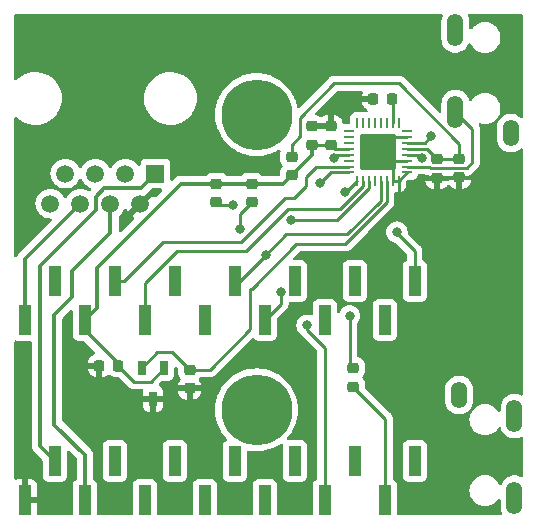
<source format=gbr>
G04 #@! TF.GenerationSoftware,KiCad,Pcbnew,(5.99.0-12750-ge81b516a82)*
G04 #@! TF.CreationDate,2021-10-13T14:39:12-04:00*
G04 #@! TF.ProjectId,Audio_teensy,41756469-6f5f-4746-9565-6e73792e6b69,1.3*
G04 #@! TF.SameCoordinates,Original*
G04 #@! TF.FileFunction,Copper,L1,Top*
G04 #@! TF.FilePolarity,Positive*
%FSLAX46Y46*%
G04 Gerber Fmt 4.6, Leading zero omitted, Abs format (unit mm)*
G04 Created by KiCad (PCBNEW (5.99.0-12750-ge81b516a82)) date 2021-10-13 14:39:12*
%MOMM*%
%LPD*%
G01*
G04 APERTURE LIST*
G04 Aperture macros list*
%AMRoundRect*
0 Rectangle with rounded corners*
0 $1 Rounding radius*
0 $2 $3 $4 $5 $6 $7 $8 $9 X,Y pos of 4 corners*
0 Add a 4 corners polygon primitive as box body*
4,1,4,$2,$3,$4,$5,$6,$7,$8,$9,$2,$3,0*
0 Add four circle primitives for the rounded corners*
1,1,$1+$1,$2,$3*
1,1,$1+$1,$4,$5*
1,1,$1+$1,$6,$7*
1,1,$1+$1,$8,$9*
0 Add four rect primitives between the rounded corners*
20,1,$1+$1,$2,$3,$4,$5,0*
20,1,$1+$1,$4,$5,$6,$7,0*
20,1,$1+$1,$6,$7,$8,$9,0*
20,1,$1+$1,$8,$9,$2,$3,0*%
G04 Aperture macros list end*
G04 #@! TA.AperFunction,WasherPad*
%ADD10C,6.000000*%
G04 #@! TD*
G04 #@! TA.AperFunction,SMDPad,CuDef*
%ADD11RoundRect,0.218750X-0.256250X0.218750X-0.256250X-0.218750X0.256250X-0.218750X0.256250X0.218750X0*%
G04 #@! TD*
G04 #@! TA.AperFunction,ComponentPad*
%ADD12R,1.500000X1.500000*%
G04 #@! TD*
G04 #@! TA.AperFunction,ComponentPad*
%ADD13C,1.500000*%
G04 #@! TD*
G04 #@! TA.AperFunction,ComponentPad*
%ADD14O,1.350000X2.250000*%
G04 #@! TD*
G04 #@! TA.AperFunction,ComponentPad*
%ADD15O,1.350000X2.750000*%
G04 #@! TD*
G04 #@! TA.AperFunction,SMDPad,CuDef*
%ADD16RoundRect,0.218750X0.256250X-0.218750X0.256250X0.218750X-0.256250X0.218750X-0.256250X-0.218750X0*%
G04 #@! TD*
G04 #@! TA.AperFunction,SMDPad,CuDef*
%ADD17RoundRect,0.218750X-0.218750X-0.256250X0.218750X-0.256250X0.218750X0.256250X-0.218750X0.256250X0*%
G04 #@! TD*
G04 #@! TA.AperFunction,SMDPad,CuDef*
%ADD18R,1.000000X2.510000*%
G04 #@! TD*
G04 #@! TA.AperFunction,SMDPad,CuDef*
%ADD19R,0.650000X1.220000*%
G04 #@! TD*
G04 #@! TA.AperFunction,SMDPad,CuDef*
%ADD20RoundRect,0.218750X0.218750X0.256250X-0.218750X0.256250X-0.218750X-0.256250X0.218750X-0.256250X0*%
G04 #@! TD*
G04 #@! TA.AperFunction,SMDPad,CuDef*
%ADD21RoundRect,0.062500X0.375000X0.062500X-0.375000X0.062500X-0.375000X-0.062500X0.375000X-0.062500X0*%
G04 #@! TD*
G04 #@! TA.AperFunction,SMDPad,CuDef*
%ADD22RoundRect,0.062500X0.062500X0.375000X-0.062500X0.375000X-0.062500X-0.375000X0.062500X-0.375000X0*%
G04 #@! TD*
G04 #@! TA.AperFunction,SMDPad,CuDef*
%ADD23RoundRect,0.249999X1.300001X1.300001X-1.300001X1.300001X-1.300001X-1.300001X1.300001X-1.300001X0*%
G04 #@! TD*
G04 #@! TA.AperFunction,ViaPad*
%ADD24C,0.800000*%
G04 #@! TD*
G04 #@! TA.AperFunction,Conductor*
%ADD25C,0.355600*%
G04 #@! TD*
G04 #@! TA.AperFunction,Conductor*
%ADD26C,0.254000*%
G04 #@! TD*
G04 #@! TA.AperFunction,Conductor*
%ADD27C,0.250000*%
G04 #@! TD*
G04 APERTURE END LIST*
D10*
X140716000Y-92348000D03*
X140716000Y-117348000D03*
D11*
X147000000Y-93312500D03*
X147000000Y-94887500D03*
X145400000Y-93312500D03*
X145400000Y-94887500D03*
D12*
X132155000Y-97340000D03*
D13*
X130885000Y-99880000D03*
X129615000Y-97340000D03*
X128345000Y-99880000D03*
X127075000Y-97340000D03*
X125805000Y-99880000D03*
X124535000Y-97340000D03*
X123265000Y-99880000D03*
D14*
X157857500Y-116082500D03*
D15*
X162557500Y-124782500D03*
X162557500Y-117882500D03*
D16*
X156000000Y-97687500D03*
X156000000Y-96112500D03*
X157900000Y-97675000D03*
X157900000Y-96100000D03*
D11*
X140300000Y-98212500D03*
X140300000Y-99787500D03*
X137300000Y-98212500D03*
X137300000Y-99787500D03*
X135050000Y-113962500D03*
X135050000Y-115537500D03*
D16*
X148900000Y-115387500D03*
X148900000Y-113812500D03*
D17*
X127412500Y-113600000D03*
X128987500Y-113600000D03*
D18*
X121090000Y-124975000D03*
X123630000Y-121665000D03*
X126170000Y-124975000D03*
X128710000Y-121665000D03*
X131250000Y-124975000D03*
X133790000Y-121665000D03*
X136330000Y-124975000D03*
X138870000Y-121665000D03*
X141410000Y-124975000D03*
X143950000Y-121665000D03*
X146490000Y-124975000D03*
X149030000Y-121665000D03*
X151570000Y-124975000D03*
X154110000Y-121665000D03*
X154110000Y-106425000D03*
X151570000Y-109735000D03*
X149030000Y-106425000D03*
X146490000Y-109735000D03*
X143950000Y-106425000D03*
X141410000Y-109735000D03*
X138870000Y-106425000D03*
X136330000Y-109735000D03*
X133790000Y-106425000D03*
X131250000Y-109735000D03*
X128710000Y-106425000D03*
X126170000Y-109735000D03*
X123630000Y-106425000D03*
X121090000Y-109735000D03*
D14*
X162257500Y-93917500D03*
D15*
X157557500Y-85217500D03*
X157557500Y-92117500D03*
D19*
X132900000Y-113790000D03*
X131000000Y-113790000D03*
X131950000Y-116410000D03*
D11*
X143700000Y-95912500D03*
X143700000Y-97487500D03*
D20*
X152187500Y-91000000D03*
X150612500Y-91000000D03*
D21*
X153437500Y-97250000D03*
X153437500Y-96750000D03*
X153437500Y-96250000D03*
X153437500Y-95750000D03*
X153437500Y-95250000D03*
X153437500Y-94750000D03*
X153437500Y-94250000D03*
X153437500Y-93750000D03*
D22*
X152750000Y-93062500D03*
X152250000Y-93062500D03*
X151750000Y-93062500D03*
X151250000Y-93062500D03*
X150750000Y-93062500D03*
X150250000Y-93062500D03*
X149750000Y-93062500D03*
X149250000Y-93062500D03*
D21*
X148562500Y-93750000D03*
X148562500Y-94250000D03*
X148562500Y-94750000D03*
X148562500Y-95250000D03*
X148562500Y-95750000D03*
X148562500Y-96250000D03*
X148562500Y-96750000D03*
X148562500Y-97250000D03*
D22*
X149250000Y-97937500D03*
X149750000Y-97937500D03*
X150250000Y-97937500D03*
X150750000Y-97937500D03*
X151250000Y-97937500D03*
X151750000Y-97937500D03*
X152250000Y-97937500D03*
X152750000Y-97937500D03*
D23*
X151000000Y-95500000D03*
D24*
X147300000Y-91700000D03*
X153100000Y-113200000D03*
X158200000Y-108000000D03*
X123600000Y-124300000D03*
X146125000Y-98150000D03*
X145000000Y-110200000D03*
X148600000Y-109400000D03*
X147300000Y-96023500D03*
X141500000Y-104200000D03*
X139340510Y-102026500D03*
X155500000Y-94200000D03*
X154700000Y-96000000D03*
X138700000Y-100000000D03*
X143600000Y-101300000D03*
X142800000Y-107400000D03*
X152600000Y-102300000D03*
X148200000Y-98900000D03*
D25*
X129070000Y-113500000D02*
X126170000Y-110600000D01*
X127200000Y-105300000D02*
X134287500Y-98212500D01*
X143700000Y-97487500D02*
X145400000Y-95787500D01*
D26*
X147362500Y-95250000D02*
X147000000Y-94887500D01*
D25*
X140300000Y-98212500D02*
X142975000Y-98212500D01*
D26*
X131740000Y-114950000D02*
X132900000Y-113790000D01*
D25*
X142975000Y-98212500D02*
X143700000Y-97487500D01*
X127200000Y-108705000D02*
X127200000Y-105300000D01*
X126170000Y-110600000D02*
X126170000Y-109735000D01*
D26*
X130337500Y-114950000D02*
X131740000Y-114950000D01*
D25*
X145400000Y-95787500D02*
X145400000Y-94887500D01*
D26*
X128987500Y-113600000D02*
X130337500Y-114950000D01*
D25*
X134287500Y-98212500D02*
X137300000Y-98212500D01*
X126170000Y-109735000D02*
X127200000Y-108705000D01*
X137300000Y-98212500D02*
X140300000Y-98212500D01*
D26*
X148562500Y-95250000D02*
X147362500Y-95250000D01*
X147000000Y-94887500D02*
X145400000Y-94887500D01*
X148241362Y-103300000D02*
X151750000Y-99791362D01*
X131000000Y-113790000D02*
X132315000Y-112475000D01*
X144100000Y-103300000D02*
X148241362Y-103300000D01*
X151750000Y-99791362D02*
X151750000Y-97937500D01*
X140200000Y-107100000D02*
X140300000Y-107100000D01*
X140200000Y-110500000D02*
X140200000Y-107100000D01*
X133562500Y-112475000D02*
X135050000Y-113962500D01*
X135050000Y-113962500D02*
X136737500Y-113962500D01*
X132315000Y-112475000D02*
X133562500Y-112475000D01*
X140300000Y-107100000D02*
X144100000Y-103300000D01*
X136737500Y-113962500D02*
X140200000Y-110500000D01*
X152250000Y-94250000D02*
X151000000Y-95500000D01*
X152750000Y-97937500D02*
X152750000Y-99450000D01*
X152750000Y-97937500D02*
X153437500Y-97250000D01*
X151750000Y-96250000D02*
X151000000Y-95500000D01*
X153437500Y-96250000D02*
X151750000Y-96250000D01*
X152250000Y-96750000D02*
X152250000Y-97937500D01*
X152250000Y-97937500D02*
X152750000Y-97937500D01*
X151000000Y-95500000D02*
X152250000Y-96750000D01*
X153437500Y-94250000D02*
X152250000Y-94250000D01*
X155137500Y-95250000D02*
X156000000Y-96112500D01*
X157900000Y-94800000D02*
X157900000Y-96100000D01*
X156000000Y-96112500D02*
X157887500Y-96112500D01*
X143700000Y-95912500D02*
X143700000Y-94900000D01*
X153437500Y-95250000D02*
X155137500Y-95250000D01*
X147300000Y-89700000D02*
X152800000Y-89700000D01*
X144400000Y-92600000D02*
X147300000Y-89700000D01*
X152800000Y-89700000D02*
X157900000Y-94800000D01*
X157887500Y-96112500D02*
X157900000Y-96100000D01*
X143700000Y-94900000D02*
X144400000Y-94200000D01*
X144400000Y-94200000D02*
X144400000Y-92600000D01*
X152250000Y-93062500D02*
X152250000Y-91062500D01*
X152250000Y-91062500D02*
X152187500Y-91000000D01*
D25*
X122400000Y-120435000D02*
X122400000Y-105149333D01*
X127100000Y-99300000D02*
X127800000Y-98600000D01*
X127100000Y-100449333D02*
X127100000Y-99300000D01*
X122400000Y-105149333D02*
X127100000Y-100449333D01*
X123630000Y-121665000D02*
X122400000Y-120435000D01*
X127800000Y-98600000D02*
X130895000Y-98600000D01*
X130895000Y-98600000D02*
X132155000Y-97340000D01*
X123600000Y-118600000D02*
X123600000Y-109300000D01*
X125100000Y-105600000D02*
X128345000Y-102355000D01*
X123600000Y-109300000D02*
X125100000Y-107800000D01*
X126170000Y-124975000D02*
X126200000Y-124945000D01*
X125100000Y-107800000D02*
X125100000Y-105600000D01*
X126200000Y-124945000D02*
X126200000Y-121200000D01*
X126200000Y-121200000D02*
X123600000Y-118600000D01*
X128345000Y-102355000D02*
X128345000Y-99880000D01*
D26*
X145000000Y-110575000D02*
X146500000Y-112075000D01*
X146500000Y-124965000D02*
X146490000Y-124975000D01*
X147025000Y-97250000D02*
X148562500Y-97250000D01*
X145000000Y-110200000D02*
X145000000Y-110575000D01*
X146500000Y-112075000D02*
X146500000Y-124965000D01*
X146125000Y-98150000D02*
X147025000Y-97250000D01*
X148600000Y-109400000D02*
X148600000Y-113512500D01*
X148600000Y-113512500D02*
X148900000Y-113812500D01*
X148562500Y-95750000D02*
X147573500Y-95750000D01*
X147573500Y-95750000D02*
X147300000Y-96023500D01*
X138870000Y-106425000D02*
X139275000Y-106425000D01*
X148400000Y-102500000D02*
X143200000Y-102500000D01*
X140300000Y-99787500D02*
X139340510Y-100746990D01*
X139340510Y-100746990D02*
X139340510Y-102026500D01*
X143200000Y-102500000D02*
X141500000Y-104200000D01*
X151250000Y-99650000D02*
X148400000Y-102500000D01*
X139275000Y-106425000D02*
X141500000Y-104200000D01*
X151250000Y-97937500D02*
X151250000Y-99650000D01*
D25*
X121100000Y-109725000D02*
X121090000Y-109735000D01*
X125805000Y-99880000D02*
X121100000Y-104585000D01*
X121100000Y-104585000D02*
X121100000Y-109725000D01*
D26*
X155500000Y-94200000D02*
X154950000Y-94750000D01*
X154950000Y-94750000D02*
X153437500Y-94750000D01*
X154450000Y-95750000D02*
X153437500Y-95750000D01*
X154700000Y-96000000D02*
X154450000Y-95750000D01*
D27*
X159000000Y-93600000D02*
X157557500Y-92157500D01*
X153437500Y-96750000D02*
X155350000Y-96750000D01*
X155350000Y-96750000D02*
X155500000Y-96900000D01*
X155500000Y-96900000D02*
X158500000Y-96900000D01*
X159000000Y-96400000D02*
X159000000Y-93600000D01*
X158500000Y-96900000D02*
X159000000Y-96400000D01*
X157557500Y-92157500D02*
X157557500Y-92117500D01*
D26*
X138700000Y-100000000D02*
X137512500Y-100000000D01*
X137512500Y-100000000D02*
X137300000Y-99787500D01*
X150250000Y-98568250D02*
X147518250Y-101300000D01*
X142800000Y-107400000D02*
X142800000Y-108345000D01*
X147518250Y-101300000D02*
X143600000Y-101300000D01*
X150250000Y-97937500D02*
X150250000Y-98568250D01*
X142800000Y-108345000D02*
X141410000Y-109735000D01*
X148900000Y-115387500D02*
X151600000Y-118087500D01*
X151600000Y-118087500D02*
X151600000Y-124945000D01*
X151600000Y-124945000D02*
X151570000Y-124975000D01*
X128710000Y-106425000D02*
X129499000Y-106425000D01*
X143100000Y-99400000D02*
X143900000Y-99400000D01*
X143900000Y-99400000D02*
X144900000Y-98400000D01*
X139400000Y-103100000D02*
X143100000Y-99400000D01*
X144900000Y-97600000D02*
X145750000Y-96750000D01*
X145750000Y-96750000D02*
X148562500Y-96750000D01*
X144900000Y-98400000D02*
X144900000Y-97600000D01*
X132824000Y-103100000D02*
X139400000Y-103100000D01*
X129499000Y-106425000D02*
X132824000Y-103100000D01*
X131300000Y-109685000D02*
X131300000Y-106600000D01*
X149750000Y-98426888D02*
X149750000Y-97937500D01*
X134000000Y-103900000D02*
X139800000Y-103900000D01*
X131250000Y-109735000D02*
X131300000Y-109685000D01*
X139800000Y-103900000D02*
X143346489Y-100353511D01*
X147823377Y-100353511D02*
X149750000Y-98426888D01*
X131300000Y-106600000D02*
X134000000Y-103900000D01*
X143346489Y-100353511D02*
X147823377Y-100353511D01*
X148287500Y-98900000D02*
X149250000Y-97937500D01*
X148200000Y-98900000D02*
X148287500Y-98900000D01*
X152600000Y-102300000D02*
X152600000Y-102400000D01*
X154110000Y-103910000D02*
X154110000Y-106425000D01*
X152600000Y-102400000D02*
X154110000Y-103910000D01*
G04 #@! TA.AperFunction,Conductor*
G36*
X120378229Y-111453712D02*
G01*
X120472282Y-111488971D01*
X120472288Y-111488973D01*
X120479684Y-111491745D01*
X120541866Y-111498500D01*
X121587700Y-111498500D01*
X121655821Y-111518502D01*
X121702314Y-111572158D01*
X121713700Y-111624500D01*
X121713700Y-120406856D01*
X121713408Y-120415426D01*
X121709607Y-120471182D01*
X121710912Y-120478659D01*
X121710912Y-120478660D01*
X121720230Y-120532049D01*
X121721192Y-120538571D01*
X121728615Y-120599908D01*
X121731300Y-120607013D01*
X121732432Y-120611623D01*
X121735481Y-120622771D01*
X121736861Y-120627339D01*
X121738166Y-120634819D01*
X121763002Y-120691397D01*
X121765483Y-120697477D01*
X121787331Y-120755296D01*
X121791632Y-120761554D01*
X121793832Y-120765762D01*
X121799436Y-120775832D01*
X121801881Y-120779966D01*
X121804934Y-120786921D01*
X121809560Y-120792949D01*
X121809560Y-120792950D01*
X121842541Y-120835932D01*
X121846407Y-120841253D01*
X121881417Y-120892192D01*
X121887084Y-120897241D01*
X121887090Y-120897248D01*
X121926412Y-120932282D01*
X121931688Y-120937263D01*
X122584595Y-121590170D01*
X122618621Y-121652482D01*
X122621500Y-121679265D01*
X122621500Y-122968134D01*
X122628255Y-123030316D01*
X122679385Y-123166705D01*
X122766739Y-123283261D01*
X122883295Y-123370615D01*
X123019684Y-123421745D01*
X123081866Y-123428500D01*
X124178134Y-123428500D01*
X124240316Y-123421745D01*
X124376705Y-123370615D01*
X124493261Y-123283261D01*
X124580615Y-123166705D01*
X124631745Y-123030316D01*
X124638500Y-122968134D01*
X124638500Y-120913265D01*
X124658502Y-120845144D01*
X124712158Y-120798651D01*
X124782432Y-120788547D01*
X124847012Y-120818041D01*
X124853595Y-120824170D01*
X125476795Y-121447370D01*
X125510821Y-121509682D01*
X125513700Y-121536465D01*
X125513700Y-123148166D01*
X125493698Y-123216287D01*
X125440042Y-123262780D01*
X125431938Y-123266145D01*
X125431827Y-123266186D01*
X125431697Y-123266235D01*
X125431695Y-123266236D01*
X125423295Y-123269385D01*
X125416116Y-123274765D01*
X125416113Y-123274767D01*
X125397600Y-123288642D01*
X125306739Y-123356739D01*
X125219385Y-123473295D01*
X125168255Y-123609684D01*
X125161500Y-123671866D01*
X125161500Y-126116000D01*
X125141498Y-126184121D01*
X125087842Y-126230614D01*
X125035500Y-126242000D01*
X122224000Y-126242000D01*
X122155879Y-126221998D01*
X122109386Y-126168342D01*
X122098000Y-126116000D01*
X122098000Y-125247115D01*
X122093525Y-125231876D01*
X122092135Y-125230671D01*
X122084452Y-125229000D01*
X120962000Y-125229000D01*
X120893879Y-125208998D01*
X120847386Y-125155342D01*
X120836000Y-125103000D01*
X120836000Y-124702885D01*
X121344000Y-124702885D01*
X121348475Y-124718124D01*
X121349865Y-124719329D01*
X121357548Y-124721000D01*
X122079884Y-124721000D01*
X122095123Y-124716525D01*
X122096328Y-124715135D01*
X122097999Y-124707452D01*
X122097999Y-123675331D01*
X122097629Y-123668510D01*
X122092105Y-123617648D01*
X122088479Y-123602396D01*
X122043324Y-123481946D01*
X122034786Y-123466351D01*
X121958285Y-123364276D01*
X121945724Y-123351715D01*
X121843649Y-123275214D01*
X121828054Y-123266676D01*
X121707606Y-123221522D01*
X121692351Y-123217895D01*
X121641486Y-123212369D01*
X121634672Y-123212000D01*
X121362115Y-123212000D01*
X121346876Y-123216475D01*
X121345671Y-123217865D01*
X121344000Y-123225548D01*
X121344000Y-124702885D01*
X120836000Y-124702885D01*
X120836000Y-123230116D01*
X120831525Y-123214877D01*
X120830135Y-123213672D01*
X120822452Y-123212001D01*
X120545331Y-123212001D01*
X120538510Y-123212371D01*
X120487648Y-123217895D01*
X120472393Y-123221522D01*
X120378229Y-123256822D01*
X120307422Y-123262005D01*
X120245053Y-123228084D01*
X120210924Y-123165828D01*
X120208000Y-123138840D01*
X120208000Y-111571694D01*
X120228002Y-111503573D01*
X120281658Y-111457080D01*
X120351932Y-111446976D01*
X120378229Y-111453712D01*
G37*
G04 #@! TD.AperFunction*
G04 #@! TA.AperFunction,Conductor*
G36*
X156452839Y-83828002D02*
G01*
X156499332Y-83881658D01*
X156509436Y-83951932D01*
X156496226Y-83992668D01*
X156459405Y-84062654D01*
X156394903Y-84270382D01*
X156374000Y-84446990D01*
X156374000Y-85972676D01*
X156388833Y-86134100D01*
X156447874Y-86343445D01*
X156544077Y-86538526D01*
X156674220Y-86712809D01*
X156678454Y-86716723D01*
X156678456Y-86716725D01*
X156797597Y-86826857D01*
X156833944Y-86860456D01*
X157017901Y-86976524D01*
X157219928Y-87057124D01*
X157433261Y-87099559D01*
X157439036Y-87099635D01*
X157439040Y-87099635D01*
X157548081Y-87101062D01*
X157650754Y-87102406D01*
X157656451Y-87101427D01*
X157656452Y-87101427D01*
X157859435Y-87066548D01*
X157859438Y-87066547D01*
X157865125Y-87065570D01*
X158069193Y-86990286D01*
X158256124Y-86879073D01*
X158419658Y-86735658D01*
X158477883Y-86661800D01*
X158550745Y-86569376D01*
X158550747Y-86569374D01*
X158554319Y-86564842D01*
X158652248Y-86378708D01*
X158701668Y-86327735D01*
X158770800Y-86311572D01*
X158837696Y-86335351D01*
X158877952Y-86384126D01*
X158917649Y-86469258D01*
X158917653Y-86469264D01*
X158919977Y-86474249D01*
X159051302Y-86661800D01*
X159213200Y-86823698D01*
X159217708Y-86826855D01*
X159217711Y-86826857D01*
X159260099Y-86856537D01*
X159400751Y-86955023D01*
X159405733Y-86957346D01*
X159405738Y-86957349D01*
X159603275Y-87049461D01*
X159608257Y-87051784D01*
X159613565Y-87053206D01*
X159613567Y-87053207D01*
X159824098Y-87109619D01*
X159824100Y-87109619D01*
X159829413Y-87111043D01*
X159928980Y-87119754D01*
X159997649Y-87125762D01*
X159997656Y-87125762D01*
X160000373Y-87126000D01*
X160114627Y-87126000D01*
X160117344Y-87125762D01*
X160117351Y-87125762D01*
X160186020Y-87119754D01*
X160285587Y-87111043D01*
X160290900Y-87109619D01*
X160290902Y-87109619D01*
X160501433Y-87053207D01*
X160501435Y-87053206D01*
X160506743Y-87051784D01*
X160511725Y-87049461D01*
X160709262Y-86957349D01*
X160709267Y-86957346D01*
X160714249Y-86955023D01*
X160854901Y-86856537D01*
X160897289Y-86826857D01*
X160897292Y-86826855D01*
X160901800Y-86823698D01*
X161063698Y-86661800D01*
X161195023Y-86474249D01*
X161197346Y-86469267D01*
X161197349Y-86469262D01*
X161289461Y-86271725D01*
X161289461Y-86271724D01*
X161291784Y-86266743D01*
X161328869Y-86128343D01*
X161349619Y-86050902D01*
X161349619Y-86050900D01*
X161351043Y-86045587D01*
X161370998Y-85817500D01*
X161351043Y-85589413D01*
X161291784Y-85368257D01*
X161289461Y-85363275D01*
X161197349Y-85165738D01*
X161197346Y-85165733D01*
X161195023Y-85160751D01*
X161115662Y-85047412D01*
X161066857Y-84977711D01*
X161066855Y-84977708D01*
X161063698Y-84973200D01*
X160901800Y-84811302D01*
X160897292Y-84808145D01*
X160897289Y-84808143D01*
X160819111Y-84753402D01*
X160714249Y-84679977D01*
X160709267Y-84677654D01*
X160709262Y-84677651D01*
X160511725Y-84585539D01*
X160511724Y-84585539D01*
X160506743Y-84583216D01*
X160501435Y-84581794D01*
X160501433Y-84581793D01*
X160290902Y-84525381D01*
X160290900Y-84525381D01*
X160285587Y-84523957D01*
X160186020Y-84515246D01*
X160117351Y-84509238D01*
X160117344Y-84509238D01*
X160114627Y-84509000D01*
X160000373Y-84509000D01*
X159997656Y-84509238D01*
X159997649Y-84509238D01*
X159928980Y-84515246D01*
X159829413Y-84523957D01*
X159824100Y-84525381D01*
X159824098Y-84525381D01*
X159613567Y-84581793D01*
X159613565Y-84581794D01*
X159608257Y-84583216D01*
X159603276Y-84585539D01*
X159603275Y-84585539D01*
X159405738Y-84677651D01*
X159405733Y-84677654D01*
X159400751Y-84679977D01*
X159295889Y-84753402D01*
X159217711Y-84808143D01*
X159217708Y-84808145D01*
X159213200Y-84811302D01*
X159051302Y-84973200D01*
X159048145Y-84977708D01*
X159048143Y-84977711D01*
X158970213Y-85089007D01*
X158914756Y-85133335D01*
X158844137Y-85140644D01*
X158780776Y-85108613D01*
X158744791Y-85047412D01*
X158741000Y-85016736D01*
X158741000Y-84462324D01*
X158726167Y-84300900D01*
X158667126Y-84091555D01*
X158650352Y-84057541D01*
X158616911Y-83989728D01*
X158604721Y-83919786D01*
X158632281Y-83854356D01*
X158690839Y-83814213D01*
X158729917Y-83808000D01*
X163166000Y-83808000D01*
X163234121Y-83828002D01*
X163280614Y-83881658D01*
X163292000Y-83934000D01*
X163292000Y-92523917D01*
X163271998Y-92592038D01*
X163218342Y-92638531D01*
X163148068Y-92648635D01*
X163080471Y-92616442D01*
X162985296Y-92528463D01*
X162985293Y-92528461D01*
X162981056Y-92524544D01*
X162797099Y-92408476D01*
X162595072Y-92327876D01*
X162407315Y-92290528D01*
X162387405Y-92286568D01*
X162387404Y-92286568D01*
X162381739Y-92285441D01*
X162375964Y-92285365D01*
X162375960Y-92285365D01*
X162266919Y-92283938D01*
X162164246Y-92282594D01*
X162158549Y-92283573D01*
X162158548Y-92283573D01*
X161955565Y-92318452D01*
X161955562Y-92318453D01*
X161949875Y-92319430D01*
X161745807Y-92394714D01*
X161558876Y-92505927D01*
X161395342Y-92649342D01*
X161391770Y-92653873D01*
X161266854Y-92812328D01*
X161260681Y-92820158D01*
X161257993Y-92825267D01*
X161246836Y-92846474D01*
X161159405Y-93012654D01*
X161157692Y-93018171D01*
X161098550Y-93208638D01*
X161094903Y-93220382D01*
X161094224Y-93226119D01*
X161080795Y-93339583D01*
X161074000Y-93396990D01*
X161074000Y-94422676D01*
X161088833Y-94584100D01*
X161147874Y-94793445D01*
X161244077Y-94988526D01*
X161247531Y-94993152D01*
X161247532Y-94993153D01*
X161341608Y-95119136D01*
X161374220Y-95162809D01*
X161378454Y-95166723D01*
X161378456Y-95166725D01*
X161520055Y-95297617D01*
X161533944Y-95310456D01*
X161717901Y-95426524D01*
X161919928Y-95507124D01*
X162133261Y-95549559D01*
X162139036Y-95549635D01*
X162139040Y-95549635D01*
X162248081Y-95551062D01*
X162350754Y-95552406D01*
X162356451Y-95551427D01*
X162356452Y-95551427D01*
X162559435Y-95516548D01*
X162559438Y-95516547D01*
X162565125Y-95515570D01*
X162769193Y-95440286D01*
X162956124Y-95329073D01*
X163057753Y-95239947D01*
X163082923Y-95217874D01*
X163147327Y-95187997D01*
X163217660Y-95197683D01*
X163271591Y-95243856D01*
X163292000Y-95312606D01*
X163292000Y-116017965D01*
X163271998Y-116086086D01*
X163218342Y-116132579D01*
X163148068Y-116142683D01*
X163107806Y-116127858D01*
X163107132Y-116129181D01*
X163101983Y-116126557D01*
X163097099Y-116123476D01*
X162895072Y-116042876D01*
X162681739Y-116000441D01*
X162675964Y-116000365D01*
X162675960Y-116000365D01*
X162566919Y-115998938D01*
X162464246Y-115997594D01*
X162458549Y-115998573D01*
X162458548Y-115998573D01*
X162255565Y-116033452D01*
X162255562Y-116033453D01*
X162249875Y-116034430D01*
X162045807Y-116109714D01*
X161968008Y-116156000D01*
X161886464Y-116204514D01*
X161858876Y-116220927D01*
X161695342Y-116364342D01*
X161691770Y-116368873D01*
X161603117Y-116481329D01*
X161560681Y-116535158D01*
X161459405Y-116727654D01*
X161457692Y-116733171D01*
X161409319Y-116888957D01*
X161394903Y-116935382D01*
X161394224Y-116941119D01*
X161378794Y-117071490D01*
X161374000Y-117111990D01*
X161374000Y-117381736D01*
X161353998Y-117449857D01*
X161300342Y-117496350D01*
X161230068Y-117506454D01*
X161165488Y-117476960D01*
X161144787Y-117454007D01*
X161066857Y-117342711D01*
X161066855Y-117342708D01*
X161063698Y-117338200D01*
X160901800Y-117176302D01*
X160897292Y-117173145D01*
X160897289Y-117173143D01*
X160752113Y-117071490D01*
X160714249Y-117044977D01*
X160709267Y-117042654D01*
X160709262Y-117042651D01*
X160511725Y-116950539D01*
X160511724Y-116950539D01*
X160506743Y-116948216D01*
X160501435Y-116946794D01*
X160501433Y-116946793D01*
X160290902Y-116890381D01*
X160290900Y-116890381D01*
X160285587Y-116888957D01*
X160186020Y-116880246D01*
X160117351Y-116874238D01*
X160117344Y-116874238D01*
X160114627Y-116874000D01*
X160000373Y-116874000D01*
X159997656Y-116874238D01*
X159997649Y-116874238D01*
X159928980Y-116880246D01*
X159829413Y-116888957D01*
X159824100Y-116890381D01*
X159824098Y-116890381D01*
X159613567Y-116946793D01*
X159613565Y-116946794D01*
X159608257Y-116948216D01*
X159603276Y-116950539D01*
X159603275Y-116950539D01*
X159405738Y-117042651D01*
X159405733Y-117042654D01*
X159400751Y-117044977D01*
X159362887Y-117071490D01*
X159217711Y-117173143D01*
X159217708Y-117173145D01*
X159213200Y-117176302D01*
X159051302Y-117338200D01*
X159048145Y-117342708D01*
X159048143Y-117342711D01*
X159016232Y-117388285D01*
X158919977Y-117525751D01*
X158917654Y-117530733D01*
X158917651Y-117530738D01*
X158831617Y-117715241D01*
X158823216Y-117733257D01*
X158821794Y-117738565D01*
X158821793Y-117738567D01*
X158768875Y-117936060D01*
X158763957Y-117954413D01*
X158744002Y-118182500D01*
X158763957Y-118410587D01*
X158765381Y-118415900D01*
X158765381Y-118415902D01*
X158769288Y-118430481D01*
X158823216Y-118631743D01*
X158825539Y-118636724D01*
X158825539Y-118636725D01*
X158917651Y-118834262D01*
X158917654Y-118834267D01*
X158919977Y-118839249D01*
X158993402Y-118944111D01*
X159038450Y-119008445D01*
X159051302Y-119026800D01*
X159213200Y-119188698D01*
X159217708Y-119191855D01*
X159217711Y-119191857D01*
X159281250Y-119236347D01*
X159400751Y-119320023D01*
X159405733Y-119322346D01*
X159405738Y-119322349D01*
X159524674Y-119377809D01*
X159608257Y-119416784D01*
X159613565Y-119418206D01*
X159613567Y-119418207D01*
X159824098Y-119474619D01*
X159824100Y-119474619D01*
X159829413Y-119476043D01*
X159928980Y-119484754D01*
X159997649Y-119490762D01*
X159997656Y-119490762D01*
X160000373Y-119491000D01*
X160114627Y-119491000D01*
X160117344Y-119490762D01*
X160117351Y-119490762D01*
X160186020Y-119484754D01*
X160285587Y-119476043D01*
X160290900Y-119474619D01*
X160290902Y-119474619D01*
X160501433Y-119418207D01*
X160501435Y-119418206D01*
X160506743Y-119416784D01*
X160590326Y-119377809D01*
X160709262Y-119322349D01*
X160709267Y-119322346D01*
X160714249Y-119320023D01*
X160833750Y-119236347D01*
X160897289Y-119191857D01*
X160897292Y-119191855D01*
X160901800Y-119188698D01*
X161063698Y-119026800D01*
X161066857Y-119022289D01*
X161188884Y-118848017D01*
X161244341Y-118803689D01*
X161314961Y-118796380D01*
X161378321Y-118828411D01*
X161413365Y-118886086D01*
X161447874Y-119008445D01*
X161450430Y-119013628D01*
X161538323Y-119191857D01*
X161544077Y-119203526D01*
X161547531Y-119208152D01*
X161547532Y-119208153D01*
X161590610Y-119265841D01*
X161674220Y-119377809D01*
X161678454Y-119381723D01*
X161678456Y-119381725D01*
X161796670Y-119491000D01*
X161833944Y-119525456D01*
X162017901Y-119641524D01*
X162219928Y-119722124D01*
X162433261Y-119764559D01*
X162439036Y-119764635D01*
X162439040Y-119764635D01*
X162548081Y-119766062D01*
X162650754Y-119767406D01*
X162656451Y-119766427D01*
X162656452Y-119766427D01*
X162859435Y-119731548D01*
X162859438Y-119731547D01*
X162865125Y-119730570D01*
X163069193Y-119655286D01*
X163074155Y-119652334D01*
X163074159Y-119652332D01*
X163101576Y-119636020D01*
X163170346Y-119618379D01*
X163237736Y-119640719D01*
X163282351Y-119695946D01*
X163292000Y-119744304D01*
X163292000Y-122917965D01*
X163271998Y-122986086D01*
X163218342Y-123032579D01*
X163148068Y-123042683D01*
X163107806Y-123027858D01*
X163107132Y-123029181D01*
X163101983Y-123026557D01*
X163097099Y-123023476D01*
X162895072Y-122942876D01*
X162681739Y-122900441D01*
X162675964Y-122900365D01*
X162675960Y-122900365D01*
X162566919Y-122898938D01*
X162464246Y-122897594D01*
X162458549Y-122898573D01*
X162458548Y-122898573D01*
X162255565Y-122933452D01*
X162255562Y-122933453D01*
X162249875Y-122934430D01*
X162045807Y-123009714D01*
X161858876Y-123120927D01*
X161695342Y-123264342D01*
X161691770Y-123268873D01*
X161565930Y-123428500D01*
X161560681Y-123435158D01*
X161557993Y-123440267D01*
X161462752Y-123621292D01*
X161413332Y-123672265D01*
X161344200Y-123688428D01*
X161277304Y-123664649D01*
X161237048Y-123615874D01*
X161197351Y-123530742D01*
X161197347Y-123530736D01*
X161195023Y-123525751D01*
X161120255Y-123418971D01*
X161066857Y-123342711D01*
X161066855Y-123342708D01*
X161063698Y-123338200D01*
X160901800Y-123176302D01*
X160897292Y-123173145D01*
X160897289Y-123173143D01*
X160818498Y-123117973D01*
X160714249Y-123044977D01*
X160709267Y-123042654D01*
X160709262Y-123042651D01*
X160511725Y-122950539D01*
X160511724Y-122950539D01*
X160506743Y-122948216D01*
X160501435Y-122946794D01*
X160501433Y-122946793D01*
X160290902Y-122890381D01*
X160290900Y-122890381D01*
X160285587Y-122888957D01*
X160186020Y-122880246D01*
X160117351Y-122874238D01*
X160117344Y-122874238D01*
X160114627Y-122874000D01*
X160000373Y-122874000D01*
X159997656Y-122874238D01*
X159997649Y-122874238D01*
X159928980Y-122880246D01*
X159829413Y-122888957D01*
X159824100Y-122890381D01*
X159824098Y-122890381D01*
X159613567Y-122946793D01*
X159613565Y-122946794D01*
X159608257Y-122948216D01*
X159603276Y-122950539D01*
X159603275Y-122950539D01*
X159405738Y-123042651D01*
X159405733Y-123042654D01*
X159400751Y-123044977D01*
X159296502Y-123117973D01*
X159217711Y-123173143D01*
X159217708Y-123173145D01*
X159213200Y-123176302D01*
X159051302Y-123338200D01*
X159048145Y-123342708D01*
X159048143Y-123342711D01*
X158994745Y-123418971D01*
X158919977Y-123525751D01*
X158917654Y-123530733D01*
X158917651Y-123530738D01*
X158850227Y-123675331D01*
X158823216Y-123733257D01*
X158763957Y-123954413D01*
X158744002Y-124182500D01*
X158763957Y-124410587D01*
X158823216Y-124631743D01*
X158825539Y-124636724D01*
X158825539Y-124636725D01*
X158917651Y-124834262D01*
X158917654Y-124834267D01*
X158919977Y-124839249D01*
X158923134Y-124843757D01*
X159020818Y-124983264D01*
X159051302Y-125026800D01*
X159213200Y-125188698D01*
X159217708Y-125191855D01*
X159217711Y-125191857D01*
X159242191Y-125208998D01*
X159400751Y-125320023D01*
X159405733Y-125322346D01*
X159405738Y-125322349D01*
X159603275Y-125414461D01*
X159608257Y-125416784D01*
X159613565Y-125418206D01*
X159613567Y-125418207D01*
X159824098Y-125474619D01*
X159824100Y-125474619D01*
X159829413Y-125476043D01*
X159928980Y-125484754D01*
X159997649Y-125490762D01*
X159997656Y-125490762D01*
X160000373Y-125491000D01*
X160114627Y-125491000D01*
X160117344Y-125490762D01*
X160117351Y-125490762D01*
X160186020Y-125484754D01*
X160285587Y-125476043D01*
X160290900Y-125474619D01*
X160290902Y-125474619D01*
X160501433Y-125418207D01*
X160501435Y-125418206D01*
X160506743Y-125416784D01*
X160511725Y-125414461D01*
X160709262Y-125322349D01*
X160709267Y-125322346D01*
X160714249Y-125320023D01*
X160872809Y-125208998D01*
X160897289Y-125191857D01*
X160897292Y-125191855D01*
X160901800Y-125188698D01*
X161063698Y-125026800D01*
X161144787Y-124910993D01*
X161200244Y-124866665D01*
X161270863Y-124859356D01*
X161334224Y-124891387D01*
X161370209Y-124952588D01*
X161374000Y-124983264D01*
X161374000Y-125537676D01*
X161388833Y-125699100D01*
X161447874Y-125908445D01*
X161522748Y-126060274D01*
X161534937Y-126130214D01*
X161507378Y-126195643D01*
X161448820Y-126235787D01*
X161409741Y-126242000D01*
X152704500Y-126242000D01*
X152636379Y-126221998D01*
X152589886Y-126168342D01*
X152578500Y-126116000D01*
X152578500Y-123671866D01*
X152571745Y-123609684D01*
X152520615Y-123473295D01*
X152433261Y-123356739D01*
X152342400Y-123288642D01*
X152323892Y-123274771D01*
X152323890Y-123274770D01*
X152316705Y-123269385D01*
X152308296Y-123266233D01*
X152300992Y-123262234D01*
X152250846Y-123211976D01*
X152235500Y-123151713D01*
X152235500Y-122968134D01*
X153101500Y-122968134D01*
X153108255Y-123030316D01*
X153159385Y-123166705D01*
X153246739Y-123283261D01*
X153363295Y-123370615D01*
X153499684Y-123421745D01*
X153561866Y-123428500D01*
X154658134Y-123428500D01*
X154720316Y-123421745D01*
X154856705Y-123370615D01*
X154973261Y-123283261D01*
X155060615Y-123166705D01*
X155111745Y-123030316D01*
X155118500Y-122968134D01*
X155118500Y-120361866D01*
X155111745Y-120299684D01*
X155060615Y-120163295D01*
X154973261Y-120046739D01*
X154856705Y-119959385D01*
X154720316Y-119908255D01*
X154658134Y-119901500D01*
X153561866Y-119901500D01*
X153499684Y-119908255D01*
X153363295Y-119959385D01*
X153246739Y-120046739D01*
X153159385Y-120163295D01*
X153108255Y-120299684D01*
X153101500Y-120361866D01*
X153101500Y-122968134D01*
X152235500Y-122968134D01*
X152235500Y-118166532D01*
X152236030Y-118155293D01*
X152237709Y-118147781D01*
X152235562Y-118079469D01*
X152235500Y-118075512D01*
X152235500Y-118047517D01*
X152234992Y-118043494D01*
X152234059Y-118031652D01*
X152232914Y-117995220D01*
X152232665Y-117987295D01*
X152226987Y-117967751D01*
X152222977Y-117948388D01*
X152221420Y-117936060D01*
X152221420Y-117936058D01*
X152220427Y-117928201D01*
X152217511Y-117920837D01*
X152217510Y-117920832D01*
X152204093Y-117886944D01*
X152200248Y-117875715D01*
X152190080Y-117840719D01*
X152187869Y-117833107D01*
X152177510Y-117815591D01*
X152168813Y-117797841D01*
X152161319Y-117778912D01*
X152135238Y-117743014D01*
X152128722Y-117733094D01*
X152110173Y-117701729D01*
X152110171Y-117701726D01*
X152106135Y-117694902D01*
X152091747Y-117680514D01*
X152078906Y-117665480D01*
X152071602Y-117655427D01*
X152066942Y-117649013D01*
X152032750Y-117620727D01*
X152023971Y-117612738D01*
X150998909Y-116587676D01*
X156674000Y-116587676D01*
X156688833Y-116749100D01*
X156747874Y-116958445D01*
X156844077Y-117153526D01*
X156847531Y-117158152D01*
X156847532Y-117158153D01*
X156933777Y-117273649D01*
X156974220Y-117327809D01*
X156978454Y-117331723D01*
X156978456Y-117331725D01*
X157110741Y-117454007D01*
X157133944Y-117475456D01*
X157317901Y-117591524D01*
X157519928Y-117672124D01*
X157733261Y-117714559D01*
X157739036Y-117714635D01*
X157739040Y-117714635D01*
X157848081Y-117716062D01*
X157950754Y-117717406D01*
X157956451Y-117716427D01*
X157956452Y-117716427D01*
X158159435Y-117681548D01*
X158159438Y-117681547D01*
X158165125Y-117680570D01*
X158369193Y-117605286D01*
X158510456Y-117521243D01*
X158551159Y-117497027D01*
X158551160Y-117497026D01*
X158556124Y-117494073D01*
X158719658Y-117350658D01*
X158780367Y-117273649D01*
X158850745Y-117184376D01*
X158850747Y-117184374D01*
X158854319Y-117179842D01*
X158857844Y-117173143D01*
X158952907Y-116992455D01*
X158955595Y-116987346D01*
X158986295Y-116888478D01*
X159018383Y-116785139D01*
X159018384Y-116785136D01*
X159020097Y-116779618D01*
X159033584Y-116665671D01*
X159040564Y-116606697D01*
X159040564Y-116606690D01*
X159041000Y-116603010D01*
X159041000Y-115577324D01*
X159026167Y-115415900D01*
X159015527Y-115378171D01*
X158987938Y-115280349D01*
X158967126Y-115206555D01*
X158870923Y-115011474D01*
X158864813Y-115003291D01*
X158744233Y-114841815D01*
X158744232Y-114841814D01*
X158740780Y-114837191D01*
X158711946Y-114810537D01*
X158585296Y-114693463D01*
X158585293Y-114693461D01*
X158581056Y-114689544D01*
X158397099Y-114573476D01*
X158195072Y-114492876D01*
X157981739Y-114450441D01*
X157975964Y-114450365D01*
X157975960Y-114450365D01*
X157866919Y-114448938D01*
X157764246Y-114447594D01*
X157758549Y-114448573D01*
X157758548Y-114448573D01*
X157555565Y-114483452D01*
X157555562Y-114483453D01*
X157549875Y-114484430D01*
X157345807Y-114559714D01*
X157243795Y-114620405D01*
X157175157Y-114661241D01*
X157158876Y-114670927D01*
X156995342Y-114814342D01*
X156991770Y-114818873D01*
X156921114Y-114908500D01*
X156860681Y-114985158D01*
X156759405Y-115177654D01*
X156757692Y-115183171D01*
X156704271Y-115355214D01*
X156694903Y-115385382D01*
X156694224Y-115391119D01*
X156675053Y-115553096D01*
X156674000Y-115561990D01*
X156674000Y-116587676D01*
X150998909Y-116587676D01*
X149920405Y-115509172D01*
X149886379Y-115446860D01*
X149883500Y-115420077D01*
X149883500Y-115120428D01*
X149872978Y-115019018D01*
X149819308Y-114858151D01*
X149730071Y-114713945D01*
X149705195Y-114689113D01*
X149671116Y-114626832D01*
X149676118Y-114556012D01*
X149705040Y-114510922D01*
X149725693Y-114490233D01*
X149730864Y-114485053D01*
X149738495Y-114472674D01*
X149762142Y-114434310D01*
X149819849Y-114340692D01*
X149832059Y-114303881D01*
X149871072Y-114186262D01*
X149871072Y-114186260D01*
X149873238Y-114179731D01*
X149883500Y-114079572D01*
X149883500Y-113545428D01*
X149872978Y-113444018D01*
X149819308Y-113283151D01*
X149730071Y-113138945D01*
X149610053Y-113019136D01*
X149465692Y-112930151D01*
X149453506Y-112926109D01*
X149321832Y-112882434D01*
X149263472Y-112842003D01*
X149236236Y-112776439D01*
X149235500Y-112762841D01*
X149235500Y-111038134D01*
X150561500Y-111038134D01*
X150568255Y-111100316D01*
X150619385Y-111236705D01*
X150706739Y-111353261D01*
X150823295Y-111440615D01*
X150959684Y-111491745D01*
X151021866Y-111498500D01*
X152118134Y-111498500D01*
X152180316Y-111491745D01*
X152316705Y-111440615D01*
X152433261Y-111353261D01*
X152520615Y-111236705D01*
X152571745Y-111100316D01*
X152578500Y-111038134D01*
X152578500Y-108431866D01*
X152571745Y-108369684D01*
X152520615Y-108233295D01*
X152433261Y-108116739D01*
X152316705Y-108029385D01*
X152180316Y-107978255D01*
X152118134Y-107971500D01*
X151021866Y-107971500D01*
X150959684Y-107978255D01*
X150823295Y-108029385D01*
X150706739Y-108116739D01*
X150619385Y-108233295D01*
X150568255Y-108369684D01*
X150561500Y-108431866D01*
X150561500Y-111038134D01*
X149235500Y-111038134D01*
X149235500Y-110100303D01*
X149255502Y-110032182D01*
X149267864Y-110015993D01*
X149334621Y-109941852D01*
X149334622Y-109941851D01*
X149339040Y-109936944D01*
X149434527Y-109771556D01*
X149493542Y-109589928D01*
X149500773Y-109521134D01*
X149512814Y-109406565D01*
X149513504Y-109400000D01*
X149512814Y-109393435D01*
X149494232Y-109216635D01*
X149494232Y-109216633D01*
X149493542Y-109210072D01*
X149434527Y-109028444D01*
X149425764Y-109013265D01*
X149367147Y-108911739D01*
X149339040Y-108863056D01*
X149316978Y-108838553D01*
X149215675Y-108726045D01*
X149215674Y-108726044D01*
X149211253Y-108721134D01*
X149078782Y-108624888D01*
X149062094Y-108612763D01*
X149062093Y-108612762D01*
X149056752Y-108608882D01*
X149050724Y-108606198D01*
X149050722Y-108606197D01*
X148888319Y-108533891D01*
X148888318Y-108533891D01*
X148882288Y-108531206D01*
X148788887Y-108511353D01*
X148701944Y-108492872D01*
X148701939Y-108492872D01*
X148695487Y-108491500D01*
X148504513Y-108491500D01*
X148498061Y-108492872D01*
X148498056Y-108492872D01*
X148411112Y-108511353D01*
X148317712Y-108531206D01*
X148311682Y-108533891D01*
X148311681Y-108533891D01*
X148149278Y-108606197D01*
X148149276Y-108606198D01*
X148143248Y-108608882D01*
X148137907Y-108612762D01*
X148137906Y-108612763D01*
X148121218Y-108624888D01*
X147988747Y-108721134D01*
X147984326Y-108726044D01*
X147984325Y-108726045D01*
X147883023Y-108838553D01*
X147860960Y-108863056D01*
X147832853Y-108911739D01*
X147774237Y-109013265D01*
X147765473Y-109028444D01*
X147757778Y-109052126D01*
X147744333Y-109093506D01*
X147704259Y-109152112D01*
X147638863Y-109179749D01*
X147568906Y-109167642D01*
X147516600Y-109119636D01*
X147498500Y-109054570D01*
X147498500Y-108431866D01*
X147491745Y-108369684D01*
X147440615Y-108233295D01*
X147353261Y-108116739D01*
X147236705Y-108029385D01*
X147100316Y-107978255D01*
X147038134Y-107971500D01*
X145941866Y-107971500D01*
X145879684Y-107978255D01*
X145743295Y-108029385D01*
X145626739Y-108116739D01*
X145539385Y-108233295D01*
X145488255Y-108369684D01*
X145481500Y-108431866D01*
X145481500Y-109225878D01*
X145461498Y-109293999D01*
X145407842Y-109340492D01*
X145337568Y-109350596D01*
X145304251Y-109340985D01*
X145282288Y-109331206D01*
X145188888Y-109311353D01*
X145101944Y-109292872D01*
X145101939Y-109292872D01*
X145095487Y-109291500D01*
X144904513Y-109291500D01*
X144898061Y-109292872D01*
X144898056Y-109292872D01*
X144811113Y-109311353D01*
X144717712Y-109331206D01*
X144711682Y-109333891D01*
X144711681Y-109333891D01*
X144549278Y-109406197D01*
X144549276Y-109406198D01*
X144543248Y-109408882D01*
X144388747Y-109521134D01*
X144384326Y-109526044D01*
X144384325Y-109526045D01*
X144284903Y-109636465D01*
X144260960Y-109663056D01*
X144165473Y-109828444D01*
X144106458Y-110010072D01*
X144086496Y-110200000D01*
X144106458Y-110389928D01*
X144165473Y-110571556D01*
X144260960Y-110736944D01*
X144388747Y-110878866D01*
X144425507Y-110905573D01*
X144460274Y-110930834D01*
X144485770Y-110955540D01*
X144489831Y-110960774D01*
X144493866Y-110967598D01*
X144508250Y-110981982D01*
X144521091Y-110997016D01*
X144533058Y-111013487D01*
X144539166Y-111018540D01*
X144567255Y-111041777D01*
X144576035Y-111049767D01*
X145827595Y-112301327D01*
X145861621Y-112363639D01*
X145864500Y-112390422D01*
X145864500Y-123136619D01*
X145844498Y-123204740D01*
X145790842Y-123251233D01*
X145782731Y-123254601D01*
X145743295Y-123269385D01*
X145626739Y-123356739D01*
X145539385Y-123473295D01*
X145488255Y-123609684D01*
X145481500Y-123671866D01*
X145481500Y-126116000D01*
X145461498Y-126184121D01*
X145407842Y-126230614D01*
X145355500Y-126242000D01*
X142544500Y-126242000D01*
X142476379Y-126221998D01*
X142429886Y-126168342D01*
X142418500Y-126116000D01*
X142418500Y-123671866D01*
X142411745Y-123609684D01*
X142360615Y-123473295D01*
X142273261Y-123356739D01*
X142156705Y-123269385D01*
X142020316Y-123218255D01*
X141958134Y-123211500D01*
X140861866Y-123211500D01*
X140799684Y-123218255D01*
X140663295Y-123269385D01*
X140546739Y-123356739D01*
X140459385Y-123473295D01*
X140408255Y-123609684D01*
X140401500Y-123671866D01*
X140401500Y-126116000D01*
X140381498Y-126184121D01*
X140327842Y-126230614D01*
X140275500Y-126242000D01*
X137464500Y-126242000D01*
X137396379Y-126221998D01*
X137349886Y-126168342D01*
X137338500Y-126116000D01*
X137338500Y-123671866D01*
X137331745Y-123609684D01*
X137280615Y-123473295D01*
X137193261Y-123356739D01*
X137076705Y-123269385D01*
X136940316Y-123218255D01*
X136878134Y-123211500D01*
X135781866Y-123211500D01*
X135719684Y-123218255D01*
X135583295Y-123269385D01*
X135466739Y-123356739D01*
X135379385Y-123473295D01*
X135328255Y-123609684D01*
X135321500Y-123671866D01*
X135321500Y-126116000D01*
X135301498Y-126184121D01*
X135247842Y-126230614D01*
X135195500Y-126242000D01*
X132384500Y-126242000D01*
X132316379Y-126221998D01*
X132269886Y-126168342D01*
X132258500Y-126116000D01*
X132258500Y-123671866D01*
X132251745Y-123609684D01*
X132200615Y-123473295D01*
X132113261Y-123356739D01*
X131996705Y-123269385D01*
X131860316Y-123218255D01*
X131798134Y-123211500D01*
X130701866Y-123211500D01*
X130639684Y-123218255D01*
X130503295Y-123269385D01*
X130386739Y-123356739D01*
X130299385Y-123473295D01*
X130248255Y-123609684D01*
X130241500Y-123671866D01*
X130241500Y-126116000D01*
X130221498Y-126184121D01*
X130167842Y-126230614D01*
X130115500Y-126242000D01*
X127304500Y-126242000D01*
X127236379Y-126221998D01*
X127189886Y-126168342D01*
X127178500Y-126116000D01*
X127178500Y-123671866D01*
X127171745Y-123609684D01*
X127120615Y-123473295D01*
X127033261Y-123356739D01*
X126936734Y-123284396D01*
X126894220Y-123227538D01*
X126886300Y-123183571D01*
X126886300Y-122968134D01*
X127701500Y-122968134D01*
X127708255Y-123030316D01*
X127759385Y-123166705D01*
X127846739Y-123283261D01*
X127963295Y-123370615D01*
X128099684Y-123421745D01*
X128161866Y-123428500D01*
X129258134Y-123428500D01*
X129320316Y-123421745D01*
X129456705Y-123370615D01*
X129573261Y-123283261D01*
X129660615Y-123166705D01*
X129711745Y-123030316D01*
X129718500Y-122968134D01*
X132781500Y-122968134D01*
X132788255Y-123030316D01*
X132839385Y-123166705D01*
X132926739Y-123283261D01*
X133043295Y-123370615D01*
X133179684Y-123421745D01*
X133241866Y-123428500D01*
X134338134Y-123428500D01*
X134400316Y-123421745D01*
X134536705Y-123370615D01*
X134653261Y-123283261D01*
X134740615Y-123166705D01*
X134791745Y-123030316D01*
X134798500Y-122968134D01*
X134798500Y-120361866D01*
X134791745Y-120299684D01*
X134740615Y-120163295D01*
X134653261Y-120046739D01*
X134536705Y-119959385D01*
X134400316Y-119908255D01*
X134338134Y-119901500D01*
X133241866Y-119901500D01*
X133179684Y-119908255D01*
X133043295Y-119959385D01*
X132926739Y-120046739D01*
X132839385Y-120163295D01*
X132788255Y-120299684D01*
X132781500Y-120361866D01*
X132781500Y-122968134D01*
X129718500Y-122968134D01*
X129718500Y-120361866D01*
X129711745Y-120299684D01*
X129660615Y-120163295D01*
X129573261Y-120046739D01*
X129456705Y-119959385D01*
X129320316Y-119908255D01*
X129258134Y-119901500D01*
X128161866Y-119901500D01*
X128099684Y-119908255D01*
X127963295Y-119959385D01*
X127846739Y-120046739D01*
X127759385Y-120163295D01*
X127708255Y-120299684D01*
X127701500Y-120361866D01*
X127701500Y-122968134D01*
X126886300Y-122968134D01*
X126886300Y-121228144D01*
X126886592Y-121219574D01*
X126889877Y-121171394D01*
X126889877Y-121171390D01*
X126890393Y-121163818D01*
X126879769Y-121102947D01*
X126878807Y-121096425D01*
X126872297Y-121042632D01*
X126871385Y-121035092D01*
X126868700Y-121027987D01*
X126867568Y-121023377D01*
X126864519Y-121012229D01*
X126863139Y-121007661D01*
X126861834Y-121000181D01*
X126836998Y-120943603D01*
X126834517Y-120937523D01*
X126815353Y-120886806D01*
X126815352Y-120886803D01*
X126812669Y-120879704D01*
X126808368Y-120873446D01*
X126806168Y-120869238D01*
X126800560Y-120859162D01*
X126798120Y-120855035D01*
X126795066Y-120848079D01*
X126790443Y-120842054D01*
X126790440Y-120842049D01*
X126757466Y-120799076D01*
X126753590Y-120793741D01*
X126722890Y-120749073D01*
X126722885Y-120749067D01*
X126718583Y-120742808D01*
X126673587Y-120702718D01*
X126668312Y-120697738D01*
X124323205Y-118352631D01*
X124289179Y-118290319D01*
X124286300Y-118263536D01*
X124286300Y-117064669D01*
X131117001Y-117064669D01*
X131117371Y-117071490D01*
X131122895Y-117122352D01*
X131126521Y-117137604D01*
X131171676Y-117258054D01*
X131180214Y-117273649D01*
X131256715Y-117375724D01*
X131269276Y-117388285D01*
X131371351Y-117464786D01*
X131386946Y-117473324D01*
X131507394Y-117518478D01*
X131522649Y-117522105D01*
X131573514Y-117527631D01*
X131580328Y-117528000D01*
X131677885Y-117528000D01*
X131693124Y-117523525D01*
X131694329Y-117522135D01*
X131696000Y-117514452D01*
X131696000Y-117509884D01*
X132204000Y-117509884D01*
X132208475Y-117525123D01*
X132209865Y-117526328D01*
X132217548Y-117527999D01*
X132319669Y-117527999D01*
X132326490Y-117527629D01*
X132377352Y-117522105D01*
X132392604Y-117518479D01*
X132513054Y-117473324D01*
X132528649Y-117464786D01*
X132630724Y-117388285D01*
X132643285Y-117375724D01*
X132664063Y-117348000D01*
X137202685Y-117348000D01*
X137221931Y-117715241D01*
X137222444Y-117718481D01*
X137222445Y-117718489D01*
X137232015Y-117778912D01*
X137279459Y-118078459D01*
X137374639Y-118433674D01*
X137506427Y-118776994D01*
X137507925Y-118779934D01*
X137670846Y-119099683D01*
X137673380Y-119104657D01*
X137675176Y-119107423D01*
X137675178Y-119107426D01*
X137730008Y-119191857D01*
X137873668Y-119413075D01*
X138105098Y-119698867D01*
X138161943Y-119755712D01*
X138195969Y-119818024D01*
X138190904Y-119888839D01*
X138148357Y-119945675D01*
X138133357Y-119955327D01*
X138131701Y-119956234D01*
X138123295Y-119959385D01*
X138006739Y-120046739D01*
X137919385Y-120163295D01*
X137868255Y-120299684D01*
X137861500Y-120361866D01*
X137861500Y-122968134D01*
X137868255Y-123030316D01*
X137919385Y-123166705D01*
X138006739Y-123283261D01*
X138123295Y-123370615D01*
X138259684Y-123421745D01*
X138321866Y-123428500D01*
X139418134Y-123428500D01*
X139480316Y-123421745D01*
X139616705Y-123370615D01*
X139733261Y-123283261D01*
X139820615Y-123166705D01*
X139871745Y-123030316D01*
X139878500Y-122968134D01*
X139878500Y-120915115D01*
X139898502Y-120846994D01*
X139952158Y-120800501D01*
X140024211Y-120790666D01*
X140345511Y-120841555D01*
X140345519Y-120841556D01*
X140348759Y-120842069D01*
X140716000Y-120861315D01*
X141083241Y-120842069D01*
X141086481Y-120841556D01*
X141086489Y-120841555D01*
X141253442Y-120815112D01*
X141446459Y-120784541D01*
X141801674Y-120689361D01*
X142144994Y-120557573D01*
X142299870Y-120478660D01*
X142469717Y-120392119D01*
X142469724Y-120392115D01*
X142472658Y-120390620D01*
X142516936Y-120361866D01*
X142751180Y-120209746D01*
X142819204Y-120189420D01*
X142887420Y-120209098D01*
X142934167Y-120262532D01*
X142945067Y-120329025D01*
X142941869Y-120358464D01*
X142941869Y-120358469D01*
X142941500Y-120361866D01*
X142941500Y-122968134D01*
X142948255Y-123030316D01*
X142999385Y-123166705D01*
X143086739Y-123283261D01*
X143203295Y-123370615D01*
X143339684Y-123421745D01*
X143401866Y-123428500D01*
X144498134Y-123428500D01*
X144560316Y-123421745D01*
X144696705Y-123370615D01*
X144813261Y-123283261D01*
X144900615Y-123166705D01*
X144951745Y-123030316D01*
X144958500Y-122968134D01*
X144958500Y-120361866D01*
X144951745Y-120299684D01*
X144900615Y-120163295D01*
X144813261Y-120046739D01*
X144696705Y-119959385D01*
X144560316Y-119908255D01*
X144498134Y-119901500D01*
X143426977Y-119901500D01*
X143358856Y-119881498D01*
X143312363Y-119827842D01*
X143302259Y-119757568D01*
X143329057Y-119696206D01*
X143556246Y-119415651D01*
X143558332Y-119413075D01*
X143701992Y-119191857D01*
X143756822Y-119107426D01*
X143756824Y-119107423D01*
X143758620Y-119104657D01*
X143761155Y-119099683D01*
X143924075Y-118779934D01*
X143925573Y-118776994D01*
X144057361Y-118433674D01*
X144152541Y-118078459D01*
X144199985Y-117778912D01*
X144209555Y-117718489D01*
X144209556Y-117718481D01*
X144210069Y-117715241D01*
X144229315Y-117348000D01*
X144210069Y-116980759D01*
X144204690Y-116946793D01*
X144169172Y-116722545D01*
X144152541Y-116617541D01*
X144057361Y-116262326D01*
X144041470Y-116220927D01*
X143973122Y-116042876D01*
X143925573Y-115919006D01*
X143914763Y-115897790D01*
X143760119Y-115594284D01*
X143760115Y-115594277D01*
X143758620Y-115591343D01*
X143756260Y-115587708D01*
X143605277Y-115355214D01*
X143558332Y-115282925D01*
X143326902Y-114997133D01*
X143066867Y-114737098D01*
X142781075Y-114505668D01*
X142536630Y-114346924D01*
X142475427Y-114307178D01*
X142475424Y-114307176D01*
X142472658Y-114305380D01*
X142469724Y-114303885D01*
X142469717Y-114303881D01*
X142147934Y-114139925D01*
X142144994Y-114138427D01*
X141935218Y-114057902D01*
X141804764Y-114007825D01*
X141804762Y-114007824D01*
X141801674Y-114006639D01*
X141446459Y-113911459D01*
X141233521Y-113877733D01*
X141086489Y-113854445D01*
X141086481Y-113854444D01*
X141083241Y-113853931D01*
X140716000Y-113834685D01*
X140348759Y-113853931D01*
X140345519Y-113854444D01*
X140345511Y-113854445D01*
X140198479Y-113877733D01*
X139985541Y-113911459D01*
X139630326Y-114006639D01*
X139627238Y-114007824D01*
X139627236Y-114007825D01*
X139496782Y-114057902D01*
X139287006Y-114138427D01*
X139284066Y-114139925D01*
X138962284Y-114303881D01*
X138962277Y-114303885D01*
X138959343Y-114305380D01*
X138956577Y-114307176D01*
X138956574Y-114307178D01*
X138834482Y-114386465D01*
X138650925Y-114505668D01*
X138365133Y-114737098D01*
X138105098Y-114997133D01*
X137873668Y-115282925D01*
X137826723Y-115355214D01*
X137675741Y-115587708D01*
X137673380Y-115591343D01*
X137671885Y-115594277D01*
X137671881Y-115594284D01*
X137517237Y-115897790D01*
X137506427Y-115919006D01*
X137458878Y-116042876D01*
X137390531Y-116220927D01*
X137374639Y-116262326D01*
X137279459Y-116617541D01*
X137262828Y-116722545D01*
X137227311Y-116946793D01*
X137221931Y-116980759D01*
X137202685Y-117348000D01*
X132664063Y-117348000D01*
X132719786Y-117273649D01*
X132728324Y-117258054D01*
X132773478Y-117137606D01*
X132777105Y-117122351D01*
X132782631Y-117071486D01*
X132783000Y-117064672D01*
X132783000Y-116682115D01*
X132778525Y-116666876D01*
X132777135Y-116665671D01*
X132769452Y-116664000D01*
X132222115Y-116664000D01*
X132206876Y-116668475D01*
X132205671Y-116669865D01*
X132204000Y-116677548D01*
X132204000Y-117509884D01*
X131696000Y-117509884D01*
X131696000Y-116682115D01*
X131691525Y-116666876D01*
X131690135Y-116665671D01*
X131682452Y-116664000D01*
X131135116Y-116664000D01*
X131119877Y-116668475D01*
X131118672Y-116669865D01*
X131117001Y-116677548D01*
X131117001Y-117064669D01*
X124286300Y-117064669D01*
X124286300Y-113901266D01*
X126467000Y-113901266D01*
X126467337Y-113907782D01*
X126476804Y-113999021D01*
X126479697Y-114012417D01*
X126528830Y-114159687D01*
X126535004Y-114172866D01*
X126616470Y-114304514D01*
X126625506Y-114315915D01*
X126735080Y-114425298D01*
X126746491Y-114434310D01*
X126878291Y-114515553D01*
X126891468Y-114521697D01*
X127038843Y-114570579D01*
X127052210Y-114573445D01*
X127141700Y-114582614D01*
X127155624Y-114578525D01*
X127156829Y-114577135D01*
X127158500Y-114569452D01*
X127158500Y-113872115D01*
X127154025Y-113856876D01*
X127152635Y-113855671D01*
X127144952Y-113854000D01*
X126485115Y-113854000D01*
X126469876Y-113858475D01*
X126468671Y-113859865D01*
X126467000Y-113867548D01*
X126467000Y-113901266D01*
X124286300Y-113901266D01*
X124286300Y-109636465D01*
X124306302Y-109568344D01*
X124323205Y-109547370D01*
X124946405Y-108924170D01*
X125008717Y-108890144D01*
X125079532Y-108895209D01*
X125136368Y-108937756D01*
X125161179Y-109004276D01*
X125161500Y-109013265D01*
X125161500Y-111038134D01*
X125168255Y-111100316D01*
X125219385Y-111236705D01*
X125306739Y-111353261D01*
X125423295Y-111440615D01*
X125559684Y-111491745D01*
X125621866Y-111498500D01*
X126045735Y-111498500D01*
X126113856Y-111518502D01*
X126134830Y-111535405D01*
X127037089Y-112437664D01*
X127071115Y-112499976D01*
X127066050Y-112570791D01*
X127023503Y-112627627D01*
X126987870Y-112646283D01*
X126890313Y-112678830D01*
X126877134Y-112685004D01*
X126745486Y-112766470D01*
X126734085Y-112775506D01*
X126624702Y-112885080D01*
X126615690Y-112896491D01*
X126534447Y-113028291D01*
X126528303Y-113041468D01*
X126479421Y-113188843D01*
X126476555Y-113202210D01*
X126467328Y-113292270D01*
X126467000Y-113298685D01*
X126467000Y-113327885D01*
X126471475Y-113343124D01*
X126472865Y-113344329D01*
X126480548Y-113346000D01*
X127540500Y-113346000D01*
X127608621Y-113366002D01*
X127655114Y-113419658D01*
X127666500Y-113472000D01*
X127666500Y-114564885D01*
X127670975Y-114580124D01*
X127672365Y-114581329D01*
X127679321Y-114582842D01*
X127682782Y-114582663D01*
X127774021Y-114573196D01*
X127787417Y-114570303D01*
X127934687Y-114521170D01*
X127947866Y-114514996D01*
X128079514Y-114433530D01*
X128090915Y-114424494D01*
X128110533Y-114404842D01*
X128172816Y-114370763D01*
X128243636Y-114375766D01*
X128288723Y-114404686D01*
X128307404Y-114423334D01*
X128314947Y-114430864D01*
X128459308Y-114519849D01*
X128466256Y-114522154D01*
X128466257Y-114522154D01*
X128613738Y-114571072D01*
X128613740Y-114571072D01*
X128620269Y-114573238D01*
X128720428Y-114583500D01*
X129020078Y-114583500D01*
X129088199Y-114603502D01*
X129109173Y-114620405D01*
X129832245Y-115343477D01*
X129839822Y-115351803D01*
X129843947Y-115358303D01*
X129849725Y-115363729D01*
X129849726Y-115363730D01*
X129893781Y-115405100D01*
X129896623Y-115407855D01*
X129916406Y-115427638D01*
X129919614Y-115430126D01*
X129928643Y-115437837D01*
X129960994Y-115468217D01*
X129967943Y-115472037D01*
X129978829Y-115478022D01*
X129995353Y-115488876D01*
X130011433Y-115501349D01*
X130018710Y-115504498D01*
X130052150Y-115518969D01*
X130062811Y-115524192D01*
X130094747Y-115541749D01*
X130094752Y-115541751D01*
X130101697Y-115545569D01*
X130109371Y-115547539D01*
X130109378Y-115547542D01*
X130121413Y-115550632D01*
X130140118Y-115557036D01*
X130143046Y-115558303D01*
X130158792Y-115565117D01*
X130185842Y-115569401D01*
X130202627Y-115572060D01*
X130214240Y-115574465D01*
X130257218Y-115585500D01*
X130277565Y-115585500D01*
X130297277Y-115587051D01*
X130317379Y-115590235D01*
X130325271Y-115589489D01*
X130361556Y-115586059D01*
X130373414Y-115585500D01*
X130994649Y-115585500D01*
X131062770Y-115605502D01*
X131109263Y-115659158D01*
X131119912Y-115725109D01*
X131117369Y-115748517D01*
X131117000Y-115755328D01*
X131117000Y-116137885D01*
X131121475Y-116153124D01*
X131122865Y-116154329D01*
X131130548Y-116156000D01*
X132764884Y-116156000D01*
X132780123Y-116151525D01*
X132781328Y-116150135D01*
X132782999Y-116142452D01*
X132782999Y-115804321D01*
X134067158Y-115804321D01*
X134067337Y-115807782D01*
X134076804Y-115899021D01*
X134079697Y-115912417D01*
X134128830Y-116059687D01*
X134135004Y-116072866D01*
X134216470Y-116204514D01*
X134225506Y-116215915D01*
X134335080Y-116325298D01*
X134346491Y-116334310D01*
X134478291Y-116415553D01*
X134491468Y-116421697D01*
X134638843Y-116470579D01*
X134652210Y-116473445D01*
X134742270Y-116482672D01*
X134748685Y-116483000D01*
X134777885Y-116483000D01*
X134793124Y-116478525D01*
X134794329Y-116477135D01*
X134796000Y-116469452D01*
X134796000Y-116464885D01*
X135304000Y-116464885D01*
X135308475Y-116480124D01*
X135309865Y-116481329D01*
X135317548Y-116483000D01*
X135351266Y-116483000D01*
X135357782Y-116482663D01*
X135449021Y-116473196D01*
X135462417Y-116470303D01*
X135609687Y-116421170D01*
X135622866Y-116414996D01*
X135754514Y-116333530D01*
X135765915Y-116324494D01*
X135875298Y-116214920D01*
X135884310Y-116203509D01*
X135965553Y-116071709D01*
X135971697Y-116058532D01*
X136020579Y-115911157D01*
X136023445Y-115897790D01*
X136032614Y-115808300D01*
X136028525Y-115794376D01*
X136027135Y-115793171D01*
X136019452Y-115791500D01*
X135322115Y-115791500D01*
X135306876Y-115795975D01*
X135305671Y-115797365D01*
X135304000Y-115805048D01*
X135304000Y-116464885D01*
X134796000Y-116464885D01*
X134796000Y-115809615D01*
X134791525Y-115794376D01*
X134790135Y-115793171D01*
X134782452Y-115791500D01*
X134085115Y-115791500D01*
X134069876Y-115795975D01*
X134068671Y-115797365D01*
X134067158Y-115804321D01*
X132782999Y-115804321D01*
X132782999Y-115755331D01*
X132782629Y-115748510D01*
X132777105Y-115697648D01*
X132773479Y-115682396D01*
X132728324Y-115561946D01*
X132719786Y-115546351D01*
X132643285Y-115444276D01*
X132630724Y-115431715D01*
X132528649Y-115355214D01*
X132513054Y-115346676D01*
X132499194Y-115341480D01*
X132442430Y-115298838D01*
X132417730Y-115232276D01*
X132432938Y-115162928D01*
X132454329Y-115134403D01*
X132643327Y-114945405D01*
X132705639Y-114911379D01*
X132732422Y-114908500D01*
X133273134Y-114908500D01*
X133335316Y-114901745D01*
X133471705Y-114850615D01*
X133588261Y-114763261D01*
X133675615Y-114646705D01*
X133726745Y-114510316D01*
X133733500Y-114448134D01*
X133733500Y-113848924D01*
X133753502Y-113780803D01*
X133807158Y-113734310D01*
X133877432Y-113724206D01*
X133942012Y-113753700D01*
X133948595Y-113759829D01*
X134029595Y-113840829D01*
X134063621Y-113903141D01*
X134066500Y-113929924D01*
X134066500Y-114229572D01*
X134077022Y-114330982D01*
X134130692Y-114491849D01*
X134219929Y-114636055D01*
X134225107Y-114641224D01*
X134245159Y-114661241D01*
X134279238Y-114723523D01*
X134274235Y-114794343D01*
X134245314Y-114839432D01*
X134224702Y-114860080D01*
X134215690Y-114871491D01*
X134134447Y-115003291D01*
X134128303Y-115016468D01*
X134079421Y-115163843D01*
X134076555Y-115177210D01*
X134067386Y-115266700D01*
X134071475Y-115280624D01*
X134072865Y-115281829D01*
X134080548Y-115283500D01*
X136014885Y-115283500D01*
X136030124Y-115279025D01*
X136031329Y-115277635D01*
X136032842Y-115270679D01*
X136032663Y-115267218D01*
X136023196Y-115175979D01*
X136020303Y-115162583D01*
X135971170Y-115015313D01*
X135964996Y-115002134D01*
X135883530Y-114870486D01*
X135874494Y-114859085D01*
X135854842Y-114839467D01*
X135820763Y-114777184D01*
X135825766Y-114706364D01*
X135854686Y-114661277D01*
X135880863Y-114635054D01*
X135883222Y-114637408D01*
X135929053Y-114604871D01*
X135970093Y-114598000D01*
X136658480Y-114598000D01*
X136669714Y-114598530D01*
X136677219Y-114600208D01*
X136745512Y-114598062D01*
X136749469Y-114598000D01*
X136777483Y-114598000D01*
X136781408Y-114597504D01*
X136781409Y-114597504D01*
X136781504Y-114597492D01*
X136793349Y-114596559D01*
X136823170Y-114595622D01*
X136829782Y-114595414D01*
X136829783Y-114595414D01*
X136837705Y-114595165D01*
X136857249Y-114589487D01*
X136876612Y-114585477D01*
X136888940Y-114583920D01*
X136888942Y-114583920D01*
X136896799Y-114582927D01*
X136904163Y-114580011D01*
X136904168Y-114580010D01*
X136938056Y-114566593D01*
X136949285Y-114562748D01*
X136966608Y-114557715D01*
X136991893Y-114550369D01*
X136998720Y-114546331D01*
X136998723Y-114546330D01*
X137009406Y-114540012D01*
X137027164Y-114531312D01*
X137038715Y-114526739D01*
X137038721Y-114526735D01*
X137046088Y-114523819D01*
X137054490Y-114517715D01*
X137075486Y-114502460D01*
X137081991Y-114497734D01*
X137091910Y-114491219D01*
X137123268Y-114472674D01*
X137123272Y-114472671D01*
X137130098Y-114468634D01*
X137144482Y-114454250D01*
X137159516Y-114441409D01*
X137169573Y-114434102D01*
X137175987Y-114429442D01*
X137204278Y-114395244D01*
X137212267Y-114386465D01*
X140314914Y-111283818D01*
X140377226Y-111249792D01*
X140448041Y-111254857D01*
X140504833Y-111297345D01*
X140546739Y-111353261D01*
X140663295Y-111440615D01*
X140799684Y-111491745D01*
X140861866Y-111498500D01*
X141958134Y-111498500D01*
X142020316Y-111491745D01*
X142156705Y-111440615D01*
X142273261Y-111353261D01*
X142360615Y-111236705D01*
X142411745Y-111100316D01*
X142418500Y-111038134D01*
X142418500Y-109677423D01*
X142438502Y-109609302D01*
X142455405Y-109588327D01*
X142817855Y-109225878D01*
X143193488Y-108850245D01*
X143201807Y-108842675D01*
X143208303Y-108838553D01*
X143255086Y-108788734D01*
X143257840Y-108785893D01*
X143277639Y-108766094D01*
X143280063Y-108762969D01*
X143280071Y-108762960D01*
X143280137Y-108762874D01*
X143287845Y-108753849D01*
X143292953Y-108748410D01*
X143318217Y-108721506D01*
X143328023Y-108703669D01*
X143338873Y-108687153D01*
X143351350Y-108671067D01*
X143368976Y-108630334D01*
X143374193Y-108619686D01*
X143391749Y-108587751D01*
X143395569Y-108580803D01*
X143397540Y-108573128D01*
X143397542Y-108573122D01*
X143400631Y-108561089D01*
X143407034Y-108542387D01*
X143415117Y-108523708D01*
X143422060Y-108479873D01*
X143424467Y-108468251D01*
X143432932Y-108435283D01*
X143435500Y-108425282D01*
X143435500Y-108404935D01*
X143437051Y-108385224D01*
X143438995Y-108372950D01*
X143440235Y-108365121D01*
X143436571Y-108326357D01*
X143450074Y-108256656D01*
X143499116Y-108205321D01*
X143562012Y-108188500D01*
X144498134Y-108188500D01*
X144560316Y-108181745D01*
X144696705Y-108130615D01*
X144813261Y-108043261D01*
X144900615Y-107926705D01*
X144951745Y-107790316D01*
X144958500Y-107728134D01*
X148021500Y-107728134D01*
X148028255Y-107790316D01*
X148079385Y-107926705D01*
X148166739Y-108043261D01*
X148283295Y-108130615D01*
X148419684Y-108181745D01*
X148481866Y-108188500D01*
X149578134Y-108188500D01*
X149640316Y-108181745D01*
X149776705Y-108130615D01*
X149893261Y-108043261D01*
X149980615Y-107926705D01*
X150031745Y-107790316D01*
X150038500Y-107728134D01*
X150038500Y-105121866D01*
X150031745Y-105059684D01*
X149980615Y-104923295D01*
X149893261Y-104806739D01*
X149776705Y-104719385D01*
X149640316Y-104668255D01*
X149578134Y-104661500D01*
X148481866Y-104661500D01*
X148419684Y-104668255D01*
X148283295Y-104719385D01*
X148166739Y-104806739D01*
X148079385Y-104923295D01*
X148028255Y-105059684D01*
X148021500Y-105121866D01*
X148021500Y-107728134D01*
X144958500Y-107728134D01*
X144958500Y-105121866D01*
X144951745Y-105059684D01*
X144900615Y-104923295D01*
X144813261Y-104806739D01*
X144696705Y-104719385D01*
X144560316Y-104668255D01*
X144498134Y-104661500D01*
X143941423Y-104661500D01*
X143873302Y-104641498D01*
X143826809Y-104587842D01*
X143816705Y-104517568D01*
X143846199Y-104452988D01*
X143852328Y-104446405D01*
X144326328Y-103972405D01*
X144388640Y-103938379D01*
X144415423Y-103935500D01*
X148162342Y-103935500D01*
X148173576Y-103936030D01*
X148181081Y-103937708D01*
X148249374Y-103935562D01*
X148253331Y-103935500D01*
X148281345Y-103935500D01*
X148285270Y-103935004D01*
X148285271Y-103935004D01*
X148285366Y-103934992D01*
X148297211Y-103934059D01*
X148327032Y-103933122D01*
X148333644Y-103932914D01*
X148333645Y-103932914D01*
X148341567Y-103932665D01*
X148361111Y-103926987D01*
X148380474Y-103922977D01*
X148392802Y-103921420D01*
X148392804Y-103921420D01*
X148400661Y-103920427D01*
X148408025Y-103917511D01*
X148408030Y-103917510D01*
X148441918Y-103904093D01*
X148453147Y-103900248D01*
X148469827Y-103895402D01*
X148495755Y-103887869D01*
X148502582Y-103883831D01*
X148502585Y-103883830D01*
X148513268Y-103877512D01*
X148531026Y-103868812D01*
X148542577Y-103864239D01*
X148542583Y-103864235D01*
X148549950Y-103861319D01*
X148585853Y-103835234D01*
X148595772Y-103828719D01*
X148627130Y-103810174D01*
X148627134Y-103810171D01*
X148633960Y-103806134D01*
X148648344Y-103791750D01*
X148663378Y-103778909D01*
X148673435Y-103771602D01*
X148679849Y-103766942D01*
X148708140Y-103732744D01*
X148716129Y-103723965D01*
X150140094Y-102300000D01*
X151686496Y-102300000D01*
X151687186Y-102306563D01*
X151687186Y-102306565D01*
X151705370Y-102479573D01*
X151706458Y-102489928D01*
X151765473Y-102671556D01*
X151860960Y-102836944D01*
X151988747Y-102978866D01*
X152143248Y-103091118D01*
X152149276Y-103093802D01*
X152149278Y-103093803D01*
X152311681Y-103166109D01*
X152317712Y-103168794D01*
X152467940Y-103200726D01*
X152474681Y-103202159D01*
X152537579Y-103236311D01*
X153437595Y-104136327D01*
X153471621Y-104198639D01*
X153474500Y-104225422D01*
X153474500Y-104590368D01*
X153454498Y-104658489D01*
X153400842Y-104704982D01*
X153392733Y-104708349D01*
X153363295Y-104719385D01*
X153246739Y-104806739D01*
X153159385Y-104923295D01*
X153108255Y-105059684D01*
X153101500Y-105121866D01*
X153101500Y-107728134D01*
X153108255Y-107790316D01*
X153159385Y-107926705D01*
X153246739Y-108043261D01*
X153363295Y-108130615D01*
X153499684Y-108181745D01*
X153561866Y-108188500D01*
X154658134Y-108188500D01*
X154720316Y-108181745D01*
X154856705Y-108130615D01*
X154973261Y-108043261D01*
X155060615Y-107926705D01*
X155111745Y-107790316D01*
X155118500Y-107728134D01*
X155118500Y-105121866D01*
X155111745Y-105059684D01*
X155060615Y-104923295D01*
X154973261Y-104806739D01*
X154856705Y-104719385D01*
X154827269Y-104708350D01*
X154770505Y-104665708D01*
X154745806Y-104599146D01*
X154745500Y-104590368D01*
X154745500Y-103989020D01*
X154746029Y-103977791D01*
X154747708Y-103970281D01*
X154746633Y-103936060D01*
X154745562Y-103902002D01*
X154745500Y-103898044D01*
X154745500Y-103870017D01*
X154744989Y-103865971D01*
X154744057Y-103854136D01*
X154742913Y-103817720D01*
X154742664Y-103809795D01*
X154739970Y-103800523D01*
X154736987Y-103790253D01*
X154732978Y-103770894D01*
X154731707Y-103760834D01*
X154730427Y-103750701D01*
X154727511Y-103743337D01*
X154727510Y-103743332D01*
X154714088Y-103709435D01*
X154710249Y-103698224D01*
X154697868Y-103655607D01*
X154687511Y-103638093D01*
X154678815Y-103620343D01*
X154674239Y-103608785D01*
X154674236Y-103608780D01*
X154671319Y-103601412D01*
X154645233Y-103565507D01*
X154638716Y-103555585D01*
X154620172Y-103524228D01*
X154620170Y-103524225D01*
X154616134Y-103517401D01*
X154601747Y-103503014D01*
X154588906Y-103487980D01*
X154581602Y-103477927D01*
X154576942Y-103471513D01*
X154542750Y-103443227D01*
X154533971Y-103435238D01*
X153545085Y-102446352D01*
X153511059Y-102384040D01*
X153508870Y-102344085D01*
X153512244Y-102311991D01*
X153513504Y-102300000D01*
X153511720Y-102283030D01*
X153494232Y-102116635D01*
X153494232Y-102116633D01*
X153493542Y-102110072D01*
X153434527Y-101928444D01*
X153339040Y-101763056D01*
X153307630Y-101728171D01*
X153215675Y-101626045D01*
X153215674Y-101626044D01*
X153211253Y-101621134D01*
X153056752Y-101508882D01*
X153050724Y-101506198D01*
X153050722Y-101506197D01*
X152888319Y-101433891D01*
X152888318Y-101433891D01*
X152882288Y-101431206D01*
X152788887Y-101411353D01*
X152701944Y-101392872D01*
X152701939Y-101392872D01*
X152695487Y-101391500D01*
X152504513Y-101391500D01*
X152498061Y-101392872D01*
X152498056Y-101392872D01*
X152411112Y-101411353D01*
X152317712Y-101431206D01*
X152311682Y-101433891D01*
X152311681Y-101433891D01*
X152149278Y-101506197D01*
X152149276Y-101506198D01*
X152143248Y-101508882D01*
X151988747Y-101621134D01*
X151984326Y-101626044D01*
X151984325Y-101626045D01*
X151892371Y-101728171D01*
X151860960Y-101763056D01*
X151765473Y-101928444D01*
X151706458Y-102110072D01*
X151705768Y-102116633D01*
X151705768Y-102116635D01*
X151688280Y-102283030D01*
X151686496Y-102300000D01*
X150140094Y-102300000D01*
X152143477Y-100296617D01*
X152151803Y-100289040D01*
X152158303Y-100284915D01*
X152205101Y-100235080D01*
X152207855Y-100232239D01*
X152227638Y-100212456D01*
X152230129Y-100209245D01*
X152237838Y-100200218D01*
X152262789Y-100173648D01*
X152268217Y-100167868D01*
X152278022Y-100150033D01*
X152288876Y-100133509D01*
X152296491Y-100123692D01*
X152296492Y-100123691D01*
X152301349Y-100117429D01*
X152318969Y-100076712D01*
X152324192Y-100066051D01*
X152341749Y-100034115D01*
X152341751Y-100034110D01*
X152345569Y-100027165D01*
X152347539Y-100019491D01*
X152347542Y-100019484D01*
X152350632Y-100007449D01*
X152357036Y-99988744D01*
X152361967Y-99977349D01*
X152365117Y-99970070D01*
X152372060Y-99926235D01*
X152374467Y-99914613D01*
X152385500Y-99871644D01*
X152385500Y-99851297D01*
X152387051Y-99831586D01*
X152388995Y-99819312D01*
X152390235Y-99811483D01*
X152386059Y-99767306D01*
X152385500Y-99755448D01*
X152385500Y-98990391D01*
X152405502Y-98922270D01*
X152459158Y-98875777D01*
X152529432Y-98865673D01*
X152544114Y-98868685D01*
X152546761Y-98869394D01*
X152646019Y-98882462D01*
X152654228Y-98883000D01*
X152845772Y-98883000D01*
X152853981Y-98882462D01*
X152953242Y-98869394D01*
X152969060Y-98865156D01*
X153092582Y-98813991D01*
X153106763Y-98805804D01*
X153212835Y-98724413D01*
X153224414Y-98712833D01*
X153305802Y-98606765D01*
X153313992Y-98592579D01*
X153365156Y-98469059D01*
X153369394Y-98453242D01*
X153382462Y-98353981D01*
X153383000Y-98345772D01*
X153383000Y-98009000D01*
X153399055Y-97954321D01*
X155017158Y-97954321D01*
X155017337Y-97957782D01*
X155026804Y-98049021D01*
X155029697Y-98062417D01*
X155078830Y-98209687D01*
X155085004Y-98222866D01*
X155166470Y-98354514D01*
X155175506Y-98365915D01*
X155285080Y-98475298D01*
X155296491Y-98484310D01*
X155428291Y-98565553D01*
X155441468Y-98571697D01*
X155588843Y-98620579D01*
X155602210Y-98623445D01*
X155692270Y-98632672D01*
X155698685Y-98633000D01*
X155727885Y-98633000D01*
X155743124Y-98628525D01*
X155744329Y-98627135D01*
X155746000Y-98619452D01*
X155746000Y-98614885D01*
X156254000Y-98614885D01*
X156258475Y-98630124D01*
X156259865Y-98631329D01*
X156267548Y-98633000D01*
X156301266Y-98633000D01*
X156307782Y-98632663D01*
X156399021Y-98623196D01*
X156412417Y-98620303D01*
X156559687Y-98571170D01*
X156572866Y-98564996D01*
X156704514Y-98483530D01*
X156715915Y-98474494D01*
X156825298Y-98364920D01*
X156834312Y-98353506D01*
X156846664Y-98333468D01*
X156899436Y-98285975D01*
X156969508Y-98274553D01*
X157034632Y-98302827D01*
X157061069Y-98333285D01*
X157066472Y-98342016D01*
X157075506Y-98353415D01*
X157185080Y-98462798D01*
X157196491Y-98471810D01*
X157328291Y-98553053D01*
X157341468Y-98559197D01*
X157488843Y-98608079D01*
X157502210Y-98610945D01*
X157592270Y-98620172D01*
X157598685Y-98620500D01*
X157627885Y-98620500D01*
X157643124Y-98616025D01*
X157644329Y-98614635D01*
X157646000Y-98606952D01*
X157646000Y-98602385D01*
X158154000Y-98602385D01*
X158158475Y-98617624D01*
X158159865Y-98618829D01*
X158167548Y-98620500D01*
X158201266Y-98620500D01*
X158207782Y-98620163D01*
X158299021Y-98610696D01*
X158312417Y-98607803D01*
X158459687Y-98558670D01*
X158472866Y-98552496D01*
X158604514Y-98471030D01*
X158615915Y-98461994D01*
X158725298Y-98352420D01*
X158734310Y-98341009D01*
X158815553Y-98209209D01*
X158821697Y-98196032D01*
X158870579Y-98048657D01*
X158873445Y-98035290D01*
X158882614Y-97945800D01*
X158878525Y-97931876D01*
X158877135Y-97930671D01*
X158869452Y-97929000D01*
X158172115Y-97929000D01*
X158156876Y-97933475D01*
X158155671Y-97934865D01*
X158154000Y-97942548D01*
X158154000Y-98602385D01*
X157646000Y-98602385D01*
X157646000Y-97947115D01*
X157641525Y-97931876D01*
X157640135Y-97930671D01*
X157632452Y-97929000D01*
X157041115Y-97929000D01*
X157015927Y-97936396D01*
X156980429Y-97941500D01*
X156272115Y-97941500D01*
X156256876Y-97945975D01*
X156255671Y-97947365D01*
X156254000Y-97955048D01*
X156254000Y-98614885D01*
X155746000Y-98614885D01*
X155746000Y-97959615D01*
X155741525Y-97944376D01*
X155740135Y-97943171D01*
X155732452Y-97941500D01*
X155035115Y-97941500D01*
X155019876Y-97945975D01*
X155018671Y-97947365D01*
X155017158Y-97954321D01*
X153399055Y-97954321D01*
X153403002Y-97940879D01*
X153456658Y-97894386D01*
X153509000Y-97883000D01*
X153845772Y-97883000D01*
X153853981Y-97882462D01*
X153953242Y-97869394D01*
X153969060Y-97865156D01*
X154092582Y-97813991D01*
X154106763Y-97805804D01*
X154212835Y-97724413D01*
X154224414Y-97712833D01*
X154305802Y-97606765D01*
X154313992Y-97592579D01*
X154368316Y-97461430D01*
X154371602Y-97462791D01*
X154400212Y-97416083D01*
X154464139Y-97385200D01*
X154484765Y-97383500D01*
X154920095Y-97383500D01*
X154988216Y-97403502D01*
X155002607Y-97414275D01*
X155022865Y-97431829D01*
X155030548Y-97433500D01*
X155115194Y-97433500D01*
X155174866Y-97449825D01*
X155174958Y-97449614D01*
X155176444Y-97450257D01*
X155176446Y-97450258D01*
X155182229Y-97452760D01*
X155182234Y-97452763D01*
X155215537Y-97467174D01*
X155226187Y-97472391D01*
X155264940Y-97493695D01*
X155272615Y-97495666D01*
X155272616Y-97495666D01*
X155284562Y-97498733D01*
X155303267Y-97505137D01*
X155321855Y-97513181D01*
X155329678Y-97514420D01*
X155329688Y-97514423D01*
X155365524Y-97520099D01*
X155377144Y-97522505D01*
X155408959Y-97530673D01*
X155419970Y-97533500D01*
X155440224Y-97533500D01*
X155459934Y-97535051D01*
X155479943Y-97538220D01*
X155487835Y-97537474D01*
X155506580Y-97535702D01*
X155523962Y-97534059D01*
X155535819Y-97533500D01*
X158421233Y-97533500D01*
X158432416Y-97534027D01*
X158439909Y-97535702D01*
X158447835Y-97535453D01*
X158447836Y-97535453D01*
X158507986Y-97533562D01*
X158511945Y-97533500D01*
X158539856Y-97533500D01*
X158543791Y-97533003D01*
X158543856Y-97532995D01*
X158555693Y-97532062D01*
X158587951Y-97531048D01*
X158591970Y-97530922D01*
X158599889Y-97530673D01*
X158619343Y-97525021D01*
X158638700Y-97521013D01*
X158650930Y-97519468D01*
X158650931Y-97519468D01*
X158658797Y-97518474D01*
X158666168Y-97515555D01*
X158666170Y-97515555D01*
X158699912Y-97502196D01*
X158711142Y-97498351D01*
X158745983Y-97488229D01*
X158745984Y-97488229D01*
X158753593Y-97486018D01*
X158760412Y-97481985D01*
X158760417Y-97481983D01*
X158771028Y-97475707D01*
X158788776Y-97467012D01*
X158807617Y-97459552D01*
X158814034Y-97454890D01*
X158840190Y-97435887D01*
X158878749Y-97416929D01*
X158880125Y-97416525D01*
X158883926Y-97412138D01*
X158891646Y-97404826D01*
X158891362Y-97404542D01*
X158905683Y-97390221D01*
X158920717Y-97377380D01*
X158930693Y-97370132D01*
X158937107Y-97365472D01*
X158965288Y-97331407D01*
X158973278Y-97322626D01*
X159392258Y-96903647D01*
X159400537Y-96896113D01*
X159407018Y-96892000D01*
X159453644Y-96842348D01*
X159456398Y-96839507D01*
X159476135Y-96819770D01*
X159478615Y-96816573D01*
X159486320Y-96807551D01*
X159511159Y-96781100D01*
X159516586Y-96775321D01*
X159520405Y-96768375D01*
X159520407Y-96768372D01*
X159526348Y-96757566D01*
X159537199Y-96741047D01*
X159544758Y-96731301D01*
X159549614Y-96725041D01*
X159552759Y-96717772D01*
X159552762Y-96717768D01*
X159567174Y-96684463D01*
X159572391Y-96673813D01*
X159593695Y-96635060D01*
X159598733Y-96615437D01*
X159605137Y-96596734D01*
X159610033Y-96585420D01*
X159610033Y-96585419D01*
X159613181Y-96578145D01*
X159614420Y-96570322D01*
X159614423Y-96570312D01*
X159620099Y-96534476D01*
X159622505Y-96522856D01*
X159631528Y-96487711D01*
X159631528Y-96487710D01*
X159633500Y-96480030D01*
X159633500Y-96459776D01*
X159635051Y-96440065D01*
X159636980Y-96427886D01*
X159638220Y-96420057D01*
X159634059Y-96376038D01*
X159633500Y-96364181D01*
X159633500Y-93678767D01*
X159634027Y-93667584D01*
X159635702Y-93660091D01*
X159633562Y-93592014D01*
X159633500Y-93588055D01*
X159633500Y-93560144D01*
X159632995Y-93556144D01*
X159632062Y-93544301D01*
X159630922Y-93508030D01*
X159630673Y-93500111D01*
X159625021Y-93480657D01*
X159621013Y-93461300D01*
X159619468Y-93449070D01*
X159619468Y-93449069D01*
X159618474Y-93441203D01*
X159607214Y-93412763D01*
X159602196Y-93400088D01*
X159598351Y-93388858D01*
X159588229Y-93354017D01*
X159588229Y-93354016D01*
X159586018Y-93346407D01*
X159581985Y-93339588D01*
X159581983Y-93339583D01*
X159575707Y-93328972D01*
X159567012Y-93311224D01*
X159559552Y-93292383D01*
X159539858Y-93265276D01*
X159516000Y-93198408D01*
X159532082Y-93129257D01*
X159582996Y-93079777D01*
X159652579Y-93065678D01*
X159674406Y-93069509D01*
X159824098Y-93109619D01*
X159824100Y-93109619D01*
X159829413Y-93111043D01*
X159928980Y-93119754D01*
X159997649Y-93125762D01*
X159997656Y-93125762D01*
X160000373Y-93126000D01*
X160114627Y-93126000D01*
X160117344Y-93125762D01*
X160117351Y-93125762D01*
X160186020Y-93119754D01*
X160285587Y-93111043D01*
X160290900Y-93109619D01*
X160290902Y-93109619D01*
X160501433Y-93053207D01*
X160501435Y-93053206D01*
X160506743Y-93051784D01*
X160511725Y-93049461D01*
X160709262Y-92957349D01*
X160709267Y-92957346D01*
X160714249Y-92955023D01*
X160869273Y-92846474D01*
X160897289Y-92826857D01*
X160897292Y-92826855D01*
X160901800Y-92823698D01*
X161063698Y-92661800D01*
X161069021Y-92654199D01*
X161139863Y-92553025D01*
X161195023Y-92474249D01*
X161197346Y-92469267D01*
X161197349Y-92469262D01*
X161289461Y-92271725D01*
X161289461Y-92271724D01*
X161291784Y-92266743D01*
X161313535Y-92185570D01*
X161349619Y-92050902D01*
X161349619Y-92050900D01*
X161351043Y-92045587D01*
X161370998Y-91817500D01*
X161351043Y-91589413D01*
X161336605Y-91535530D01*
X161293207Y-91373567D01*
X161293206Y-91373565D01*
X161291784Y-91368257D01*
X161289461Y-91363275D01*
X161197349Y-91165738D01*
X161197346Y-91165733D01*
X161195023Y-91160751D01*
X161108287Y-91036880D01*
X161066857Y-90977711D01*
X161066855Y-90977708D01*
X161063698Y-90973200D01*
X160901800Y-90811302D01*
X160897292Y-90808145D01*
X160897289Y-90808143D01*
X160794783Y-90736368D01*
X160714249Y-90679977D01*
X160709267Y-90677654D01*
X160709262Y-90677651D01*
X160511725Y-90585539D01*
X160511724Y-90585539D01*
X160506743Y-90583216D01*
X160501435Y-90581794D01*
X160501433Y-90581793D01*
X160290902Y-90525381D01*
X160290900Y-90525381D01*
X160285587Y-90523957D01*
X160186020Y-90515246D01*
X160117351Y-90509238D01*
X160117344Y-90509238D01*
X160114627Y-90509000D01*
X160000373Y-90509000D01*
X159997656Y-90509238D01*
X159997649Y-90509238D01*
X159928980Y-90515246D01*
X159829413Y-90523957D01*
X159824100Y-90525381D01*
X159824098Y-90525381D01*
X159613567Y-90581793D01*
X159613565Y-90581794D01*
X159608257Y-90583216D01*
X159603276Y-90585539D01*
X159603275Y-90585539D01*
X159405738Y-90677651D01*
X159405733Y-90677654D01*
X159400751Y-90679977D01*
X159320217Y-90736368D01*
X159217711Y-90808143D01*
X159217708Y-90808145D01*
X159213200Y-90811302D01*
X159051302Y-90973200D01*
X159048145Y-90977708D01*
X159048143Y-90977711D01*
X158926116Y-91151983D01*
X158870659Y-91196311D01*
X158800039Y-91203620D01*
X158736679Y-91171589D01*
X158701634Y-91113913D01*
X158668695Y-90997119D01*
X158667126Y-90991555D01*
X158578235Y-90811302D01*
X158573478Y-90801655D01*
X158570923Y-90796474D01*
X158440780Y-90622191D01*
X158411656Y-90595269D01*
X158285296Y-90478463D01*
X158285293Y-90478461D01*
X158281056Y-90474544D01*
X158097099Y-90358476D01*
X157895072Y-90277876D01*
X157681739Y-90235441D01*
X157675964Y-90235365D01*
X157675960Y-90235365D01*
X157566919Y-90233938D01*
X157464246Y-90232594D01*
X157458549Y-90233573D01*
X157458548Y-90233573D01*
X157255565Y-90268452D01*
X157255562Y-90268453D01*
X157249875Y-90269430D01*
X157045807Y-90344714D01*
X156858876Y-90455927D01*
X156695342Y-90599342D01*
X156691770Y-90603873D01*
X156579726Y-90746000D01*
X156560681Y-90770158D01*
X156459405Y-90962654D01*
X156457692Y-90968171D01*
X156397894Y-91160751D01*
X156394903Y-91170382D01*
X156394224Y-91176119D01*
X156378641Y-91307782D01*
X156374000Y-91346990D01*
X156374000Y-92071077D01*
X156353998Y-92139198D01*
X156300342Y-92185691D01*
X156230068Y-92195795D01*
X156165488Y-92166301D01*
X156158905Y-92160172D01*
X153305250Y-89306517D01*
X153297674Y-89298191D01*
X153293553Y-89291697D01*
X153243734Y-89244914D01*
X153240893Y-89242160D01*
X153221094Y-89222361D01*
X153217969Y-89219937D01*
X153217960Y-89219929D01*
X153217874Y-89219863D01*
X153208849Y-89212155D01*
X153182285Y-89187210D01*
X153176506Y-89181783D01*
X153158669Y-89171977D01*
X153142153Y-89161127D01*
X153126067Y-89148650D01*
X153085334Y-89131024D01*
X153074686Y-89125807D01*
X153045789Y-89109921D01*
X153035803Y-89104431D01*
X153028128Y-89102460D01*
X153028122Y-89102458D01*
X153016089Y-89099369D01*
X152997387Y-89092966D01*
X152978708Y-89084883D01*
X152938907Y-89078579D01*
X152934873Y-89077940D01*
X152923260Y-89075535D01*
X152880282Y-89064500D01*
X152859935Y-89064500D01*
X152840224Y-89062949D01*
X152827950Y-89061005D01*
X152820121Y-89059765D01*
X152812229Y-89060511D01*
X152775944Y-89063941D01*
X152764086Y-89064500D01*
X147379020Y-89064500D01*
X147367791Y-89063971D01*
X147360281Y-89062292D01*
X147352355Y-89062541D01*
X147352354Y-89062541D01*
X147292002Y-89064438D01*
X147288044Y-89064500D01*
X147260017Y-89064500D01*
X147255971Y-89065011D01*
X147244143Y-89065942D01*
X147199795Y-89067336D01*
X147192177Y-89069549D01*
X147192178Y-89069549D01*
X147180254Y-89073013D01*
X147160894Y-89077022D01*
X147148566Y-89078579D01*
X147148563Y-89078580D01*
X147140701Y-89079573D01*
X147133335Y-89082490D01*
X147133329Y-89082491D01*
X147099439Y-89095909D01*
X147088212Y-89099753D01*
X147045607Y-89112131D01*
X147038788Y-89116164D01*
X147038783Y-89116166D01*
X147028091Y-89122490D01*
X147010341Y-89131187D01*
X146991412Y-89138681D01*
X146984996Y-89143342D01*
X146984995Y-89143343D01*
X146955519Y-89164759D01*
X146945595Y-89171278D01*
X146914224Y-89189830D01*
X146914219Y-89189834D01*
X146907401Y-89193866D01*
X146893014Y-89208253D01*
X146877980Y-89221094D01*
X146861513Y-89233058D01*
X146856460Y-89239166D01*
X146833228Y-89267249D01*
X146825238Y-89276029D01*
X144372683Y-91728584D01*
X144310371Y-91762610D01*
X144239556Y-91757545D01*
X144182720Y-91714998D01*
X144159139Y-91659200D01*
X144153872Y-91625947D01*
X144152541Y-91617541D01*
X144057361Y-91262326D01*
X144047418Y-91236422D01*
X143972414Y-91041032D01*
X143925573Y-90919006D01*
X143870695Y-90811302D01*
X143760119Y-90594284D01*
X143760115Y-90594277D01*
X143758620Y-90591343D01*
X143673155Y-90459737D01*
X143560134Y-90285700D01*
X143558332Y-90282925D01*
X143326902Y-89997133D01*
X143066867Y-89737098D01*
X142781075Y-89505668D01*
X142472658Y-89305380D01*
X142469724Y-89303885D01*
X142469717Y-89303881D01*
X142147934Y-89139925D01*
X142144994Y-89138427D01*
X141825357Y-89015730D01*
X141804764Y-89007825D01*
X141804762Y-89007824D01*
X141801674Y-89006639D01*
X141446459Y-88911459D01*
X141253442Y-88880888D01*
X141086489Y-88854445D01*
X141086481Y-88854444D01*
X141083241Y-88853931D01*
X140716000Y-88834685D01*
X140348759Y-88853931D01*
X140345519Y-88854444D01*
X140345511Y-88854445D01*
X140178558Y-88880888D01*
X139985541Y-88911459D01*
X139630326Y-89006639D01*
X139627238Y-89007824D01*
X139627236Y-89007825D01*
X139606643Y-89015730D01*
X139287006Y-89138427D01*
X139284066Y-89139925D01*
X138962284Y-89303881D01*
X138962277Y-89303885D01*
X138959343Y-89305380D01*
X138956577Y-89307176D01*
X138956574Y-89307178D01*
X138772102Y-89426975D01*
X138650925Y-89505668D01*
X138365133Y-89737098D01*
X138105098Y-89997133D01*
X137873668Y-90282925D01*
X137871866Y-90285700D01*
X137758846Y-90459737D01*
X137673380Y-90591343D01*
X137671885Y-90594277D01*
X137671881Y-90594284D01*
X137561305Y-90811302D01*
X137506427Y-90919006D01*
X137459586Y-91041032D01*
X137384583Y-91236422D01*
X137374639Y-91262326D01*
X137279459Y-91617541D01*
X137263986Y-91715233D01*
X137225969Y-91955265D01*
X137221931Y-91980759D01*
X137202685Y-92348000D01*
X137221931Y-92715241D01*
X137222444Y-92718481D01*
X137222445Y-92718489D01*
X137238548Y-92820158D01*
X137279459Y-93078459D01*
X137374639Y-93433674D01*
X137375824Y-93436762D01*
X137375825Y-93436764D01*
X137403408Y-93508621D01*
X137506427Y-93776994D01*
X137507925Y-93779934D01*
X137671244Y-94100464D01*
X137673380Y-94104657D01*
X137675176Y-94107423D01*
X137675178Y-94107426D01*
X137702875Y-94150076D01*
X137873668Y-94413075D01*
X138105098Y-94698867D01*
X138365133Y-94958902D01*
X138650925Y-95190332D01*
X138653700Y-95192134D01*
X138956569Y-95388819D01*
X138959342Y-95390620D01*
X138962276Y-95392115D01*
X138962283Y-95392119D01*
X139183790Y-95504982D01*
X139287006Y-95557573D01*
X139374144Y-95591022D01*
X139608191Y-95680864D01*
X139630326Y-95689361D01*
X139985541Y-95784541D01*
X140178558Y-95815112D01*
X140345511Y-95841555D01*
X140345519Y-95841556D01*
X140348759Y-95842069D01*
X140716000Y-95861315D01*
X141083241Y-95842069D01*
X141086481Y-95841556D01*
X141086489Y-95841555D01*
X141253442Y-95815112D01*
X141446459Y-95784541D01*
X141801674Y-95689361D01*
X141823810Y-95680864D01*
X142057856Y-95591022D01*
X142144994Y-95557573D01*
X142248210Y-95504982D01*
X142469717Y-95392119D01*
X142469724Y-95392115D01*
X142472658Y-95390620D01*
X142475427Y-95388822D01*
X142475432Y-95388819D01*
X142535324Y-95349924D01*
X142560568Y-95333531D01*
X142628592Y-95313204D01*
X142696807Y-95332882D01*
X142743555Y-95386315D01*
X142753994Y-95456540D01*
X142748785Y-95478870D01*
X142736288Y-95516548D01*
X142726762Y-95545269D01*
X142716500Y-95645428D01*
X142716500Y-96179572D01*
X142727022Y-96280982D01*
X142780692Y-96441849D01*
X142869929Y-96586055D01*
X142894805Y-96610887D01*
X142928884Y-96673168D01*
X142923882Y-96743988D01*
X142894960Y-96789078D01*
X142869136Y-96814947D01*
X142780151Y-96959308D01*
X142726762Y-97120269D01*
X142716500Y-97220428D01*
X142716500Y-97400200D01*
X142696498Y-97468321D01*
X142642842Y-97514814D01*
X142590500Y-97526200D01*
X141169431Y-97526200D01*
X141101310Y-97506198D01*
X141080414Y-97489373D01*
X141015238Y-97424311D01*
X141015233Y-97424307D01*
X141010053Y-97419136D01*
X140865692Y-97330151D01*
X140843005Y-97322626D01*
X140711262Y-97278928D01*
X140711260Y-97278928D01*
X140704731Y-97276762D01*
X140604572Y-97266500D01*
X139995428Y-97266500D01*
X139992182Y-97266837D01*
X139992178Y-97266837D01*
X139958397Y-97270342D01*
X139894018Y-97277022D01*
X139733151Y-97330692D01*
X139588945Y-97419929D01*
X139536570Y-97472396D01*
X139519777Y-97489218D01*
X139457495Y-97523297D01*
X139430604Y-97526200D01*
X138169431Y-97526200D01*
X138101310Y-97506198D01*
X138080414Y-97489373D01*
X138015238Y-97424311D01*
X138015233Y-97424307D01*
X138010053Y-97419136D01*
X137865692Y-97330151D01*
X137843005Y-97322626D01*
X137711262Y-97278928D01*
X137711260Y-97278928D01*
X137704731Y-97276762D01*
X137604572Y-97266500D01*
X136995428Y-97266500D01*
X136992182Y-97266837D01*
X136992178Y-97266837D01*
X136958397Y-97270342D01*
X136894018Y-97277022D01*
X136733151Y-97330692D01*
X136588945Y-97419929D01*
X136536570Y-97472396D01*
X136519777Y-97489218D01*
X136457495Y-97523297D01*
X136430604Y-97526200D01*
X134315647Y-97526200D01*
X134307078Y-97525908D01*
X134258894Y-97522623D01*
X134258890Y-97522623D01*
X134251318Y-97522107D01*
X134243842Y-97523412D01*
X134243837Y-97523412D01*
X134190445Y-97532730D01*
X134183922Y-97533693D01*
X134130134Y-97540202D01*
X134130131Y-97540203D01*
X134122592Y-97541115D01*
X134115490Y-97543799D01*
X134110807Y-97544949D01*
X134099749Y-97547975D01*
X134095164Y-97549359D01*
X134087681Y-97550665D01*
X134067849Y-97559371D01*
X134031104Y-97575501D01*
X134025000Y-97577992D01*
X133967204Y-97599831D01*
X133960942Y-97604135D01*
X133956720Y-97606342D01*
X133946638Y-97611954D01*
X133942539Y-97614378D01*
X133935580Y-97617433D01*
X133929553Y-97622058D01*
X133929549Y-97622060D01*
X133886562Y-97655045D01*
X133881237Y-97658914D01*
X133830308Y-97693917D01*
X133825259Y-97699584D01*
X133825252Y-97699590D01*
X133790218Y-97738912D01*
X133785237Y-97744188D01*
X133628595Y-97900830D01*
X133566283Y-97934856D01*
X133495468Y-97929791D01*
X133438632Y-97887244D01*
X133413821Y-97820724D01*
X133413500Y-97811735D01*
X133413500Y-96541866D01*
X133406745Y-96479684D01*
X133355615Y-96343295D01*
X133268261Y-96226739D01*
X133151705Y-96139385D01*
X133015316Y-96088255D01*
X132953134Y-96081500D01*
X131356866Y-96081500D01*
X131294684Y-96088255D01*
X131158295Y-96139385D01*
X131041739Y-96226739D01*
X130954385Y-96343295D01*
X130903255Y-96479684D01*
X130896500Y-96541866D01*
X130896500Y-96576424D01*
X130876498Y-96644545D01*
X130822842Y-96691038D01*
X130752568Y-96701142D01*
X130687988Y-96671648D01*
X130667287Y-96648695D01*
X130585908Y-96532473D01*
X130585906Y-96532470D01*
X130582749Y-96527962D01*
X130427038Y-96372251D01*
X130395154Y-96349925D01*
X130295659Y-96280258D01*
X130246654Y-96245944D01*
X130047076Y-96152880D01*
X129834371Y-96095885D01*
X129615000Y-96076693D01*
X129395629Y-96095885D01*
X129182924Y-96152880D01*
X129132687Y-96176306D01*
X128988334Y-96243618D01*
X128988329Y-96243621D01*
X128983347Y-96245944D01*
X128978840Y-96249100D01*
X128978838Y-96249101D01*
X128807473Y-96369092D01*
X128807470Y-96369094D01*
X128802962Y-96372251D01*
X128647251Y-96527962D01*
X128644094Y-96532470D01*
X128644092Y-96532473D01*
X128541485Y-96679011D01*
X128520944Y-96708347D01*
X128518621Y-96713329D01*
X128518618Y-96713334D01*
X128459195Y-96840769D01*
X128412278Y-96894054D01*
X128344001Y-96913515D01*
X128276041Y-96892973D01*
X128230805Y-96840769D01*
X128171382Y-96713334D01*
X128171379Y-96713329D01*
X128169056Y-96708347D01*
X128148515Y-96679011D01*
X128045908Y-96532473D01*
X128045906Y-96532470D01*
X128042749Y-96527962D01*
X127887038Y-96372251D01*
X127855154Y-96349925D01*
X127755659Y-96280258D01*
X127706654Y-96245944D01*
X127507076Y-96152880D01*
X127294371Y-96095885D01*
X127075000Y-96076693D01*
X126855629Y-96095885D01*
X126642924Y-96152880D01*
X126592687Y-96176306D01*
X126448334Y-96243618D01*
X126448329Y-96243621D01*
X126443347Y-96245944D01*
X126438840Y-96249100D01*
X126438838Y-96249101D01*
X126267473Y-96369092D01*
X126267470Y-96369094D01*
X126262962Y-96372251D01*
X126107251Y-96527962D01*
X126104094Y-96532470D01*
X126104092Y-96532473D01*
X126001485Y-96679011D01*
X125980944Y-96708347D01*
X125978621Y-96713329D01*
X125978618Y-96713334D01*
X125919195Y-96840769D01*
X125872278Y-96894054D01*
X125804001Y-96913515D01*
X125736041Y-96892973D01*
X125690805Y-96840769D01*
X125631382Y-96713334D01*
X125631379Y-96713329D01*
X125629056Y-96708347D01*
X125608515Y-96679011D01*
X125505908Y-96532473D01*
X125505906Y-96532470D01*
X125502749Y-96527962D01*
X125347038Y-96372251D01*
X125315154Y-96349925D01*
X125215659Y-96280258D01*
X125166654Y-96245944D01*
X124967076Y-96152880D01*
X124754371Y-96095885D01*
X124535000Y-96076693D01*
X124315629Y-96095885D01*
X124102924Y-96152880D01*
X124052687Y-96176306D01*
X123908334Y-96243618D01*
X123908329Y-96243621D01*
X123903347Y-96245944D01*
X123898840Y-96249100D01*
X123898838Y-96249101D01*
X123727473Y-96369092D01*
X123727470Y-96369094D01*
X123722962Y-96372251D01*
X123567251Y-96527962D01*
X123564094Y-96532470D01*
X123564092Y-96532473D01*
X123461485Y-96679011D01*
X123440944Y-96708347D01*
X123438621Y-96713329D01*
X123438618Y-96713334D01*
X123394685Y-96807551D01*
X123347880Y-96907924D01*
X123290885Y-97120629D01*
X123271693Y-97340000D01*
X123290885Y-97559371D01*
X123347880Y-97772076D01*
X123367425Y-97813991D01*
X123438618Y-97966666D01*
X123438621Y-97966671D01*
X123440944Y-97971653D01*
X123444100Y-97976160D01*
X123444101Y-97976162D01*
X123540222Y-98113436D01*
X123567251Y-98152038D01*
X123722962Y-98307749D01*
X123903346Y-98434056D01*
X124102924Y-98527120D01*
X124315629Y-98584115D01*
X124535000Y-98603307D01*
X124754371Y-98584115D01*
X124967076Y-98527120D01*
X125166654Y-98434056D01*
X125347038Y-98307749D01*
X125502749Y-98152038D01*
X125529779Y-98113436D01*
X125625899Y-97976162D01*
X125625900Y-97976160D01*
X125629056Y-97971653D01*
X125631379Y-97966671D01*
X125631382Y-97966666D01*
X125690805Y-97839231D01*
X125737722Y-97785946D01*
X125805999Y-97766485D01*
X125873959Y-97787027D01*
X125919195Y-97839231D01*
X125978618Y-97966666D01*
X125978621Y-97966671D01*
X125980944Y-97971653D01*
X125984100Y-97976160D01*
X125984101Y-97976162D01*
X126080222Y-98113436D01*
X126107251Y-98152038D01*
X126262962Y-98307749D01*
X126443346Y-98434056D01*
X126642924Y-98527120D01*
X126647742Y-98528411D01*
X126704786Y-98570415D01*
X126730121Y-98636737D01*
X126715578Y-98706228D01*
X126693612Y-98735813D01*
X126634626Y-98794799D01*
X126628355Y-98800657D01*
X126626664Y-98802132D01*
X126562181Y-98831837D01*
X126491874Y-98821964D01*
X126471569Y-98810392D01*
X126465017Y-98805804D01*
X126436654Y-98785944D01*
X126237076Y-98692880D01*
X126024371Y-98635885D01*
X125805000Y-98616693D01*
X125585629Y-98635885D01*
X125372924Y-98692880D01*
X125305301Y-98724413D01*
X125178334Y-98783618D01*
X125178329Y-98783621D01*
X125173347Y-98785944D01*
X125168840Y-98789100D01*
X125168838Y-98789101D01*
X124997473Y-98909092D01*
X124997470Y-98909094D01*
X124992962Y-98912251D01*
X124837251Y-99067962D01*
X124834094Y-99072470D01*
X124834092Y-99072473D01*
X124730195Y-99220854D01*
X124710944Y-99248347D01*
X124708621Y-99253329D01*
X124708618Y-99253334D01*
X124690769Y-99291612D01*
X124658189Y-99361482D01*
X124649195Y-99380769D01*
X124602278Y-99434054D01*
X124534001Y-99453515D01*
X124466041Y-99432973D01*
X124420805Y-99380769D01*
X124411812Y-99361482D01*
X124379231Y-99291612D01*
X124361382Y-99253334D01*
X124361379Y-99253329D01*
X124359056Y-99248347D01*
X124339805Y-99220854D01*
X124235908Y-99072473D01*
X124235906Y-99072470D01*
X124232749Y-99067962D01*
X124077038Y-98912251D01*
X124067033Y-98905245D01*
X123977148Y-98842307D01*
X123896654Y-98785944D01*
X123697076Y-98692880D01*
X123484371Y-98635885D01*
X123265000Y-98616693D01*
X123045629Y-98635885D01*
X122832924Y-98692880D01*
X122765301Y-98724413D01*
X122638334Y-98783618D01*
X122638329Y-98783621D01*
X122633347Y-98785944D01*
X122628840Y-98789100D01*
X122628838Y-98789101D01*
X122457473Y-98909092D01*
X122457470Y-98909094D01*
X122452962Y-98912251D01*
X122297251Y-99067962D01*
X122294094Y-99072470D01*
X122294092Y-99072473D01*
X122190195Y-99220854D01*
X122170944Y-99248347D01*
X122168621Y-99253329D01*
X122168618Y-99253334D01*
X122150769Y-99291612D01*
X122077880Y-99447924D01*
X122020885Y-99660629D01*
X122001693Y-99880000D01*
X122020885Y-100099371D01*
X122077880Y-100312076D01*
X122108919Y-100378640D01*
X122168618Y-100506666D01*
X122168621Y-100506671D01*
X122170944Y-100511653D01*
X122174100Y-100516160D01*
X122174101Y-100516162D01*
X122282958Y-100671625D01*
X122297251Y-100692038D01*
X122452962Y-100847749D01*
X122457471Y-100850906D01*
X122457473Y-100850908D01*
X122495353Y-100877432D01*
X122633346Y-100974056D01*
X122832924Y-101067120D01*
X123045629Y-101124115D01*
X123259525Y-101142828D01*
X123265000Y-101143307D01*
X123268112Y-101143035D01*
X123335529Y-101162830D01*
X123382022Y-101216486D01*
X123392126Y-101286760D01*
X123362632Y-101351340D01*
X123356503Y-101357923D01*
X120634634Y-104079792D01*
X120628369Y-104085646D01*
X120586234Y-104122403D01*
X120581867Y-104128617D01*
X120550709Y-104172950D01*
X120546776Y-104178246D01*
X120508652Y-104226867D01*
X120505525Y-104233792D01*
X120503053Y-104237874D01*
X120497342Y-104247886D01*
X120495088Y-104252090D01*
X120490719Y-104258306D01*
X120487960Y-104265382D01*
X120487958Y-104265386D01*
X120468278Y-104315863D01*
X120465722Y-104321944D01*
X120448837Y-104359340D01*
X120402574Y-104413194D01*
X120334540Y-104433488D01*
X120266334Y-104413778D01*
X120219612Y-104360322D01*
X120208000Y-104307489D01*
X120208000Y-92668596D01*
X120228002Y-92600475D01*
X120281658Y-92553982D01*
X120351932Y-92543878D01*
X120416512Y-92573372D01*
X120426151Y-92582664D01*
X120462642Y-92621796D01*
X120691918Y-92810125D01*
X120944088Y-92966477D01*
X121214722Y-93088105D01*
X121352764Y-93129257D01*
X121495065Y-93171679D01*
X121495067Y-93171679D01*
X121499064Y-93172871D01*
X121503184Y-93173524D01*
X121503186Y-93173524D01*
X121572487Y-93184500D01*
X121792119Y-93219286D01*
X121837146Y-93221331D01*
X121883497Y-93223436D01*
X121883516Y-93223436D01*
X121884916Y-93223500D01*
X122070264Y-93223500D01*
X122291056Y-93208835D01*
X122581910Y-93150188D01*
X122862453Y-93053590D01*
X122866196Y-93051716D01*
X122866200Y-93051714D01*
X123124012Y-92922611D01*
X123124014Y-92922610D01*
X123127756Y-92920736D01*
X123373158Y-92753961D01*
X123594346Y-92556196D01*
X123602549Y-92546626D01*
X123722082Y-92407164D01*
X123787436Y-92330914D01*
X123816235Y-92286568D01*
X123946763Y-92085572D01*
X123946765Y-92085569D01*
X123949035Y-92082073D01*
X123954257Y-92071077D01*
X124001032Y-91972568D01*
X124076304Y-91814046D01*
X124079309Y-91804686D01*
X124165726Y-91535530D01*
X124165727Y-91535524D01*
X124167006Y-91531542D01*
X124202091Y-91336548D01*
X124218809Y-91243632D01*
X124218810Y-91243627D01*
X124219548Y-91239523D01*
X124221179Y-91203620D01*
X124228751Y-91036880D01*
X131186992Y-91036880D01*
X131187355Y-91041028D01*
X131187355Y-91041032D01*
X131212487Y-91328293D01*
X131212488Y-91328301D01*
X131212852Y-91332459D01*
X131213766Y-91336548D01*
X131276576Y-91617541D01*
X131277577Y-91622021D01*
X131279019Y-91625941D01*
X131279021Y-91625947D01*
X131355683Y-91834310D01*
X131380029Y-91900480D01*
X131381980Y-91904180D01*
X131381982Y-91904185D01*
X131503047Y-92133804D01*
X131518410Y-92162942D01*
X131690288Y-92404797D01*
X131892642Y-92621796D01*
X132121918Y-92810125D01*
X132374088Y-92966477D01*
X132644722Y-93088105D01*
X132782764Y-93129257D01*
X132925065Y-93171679D01*
X132925067Y-93171679D01*
X132929064Y-93172871D01*
X132933184Y-93173524D01*
X132933186Y-93173524D01*
X133002487Y-93184500D01*
X133222119Y-93219286D01*
X133267146Y-93221331D01*
X133313497Y-93223436D01*
X133313516Y-93223436D01*
X133314916Y-93223500D01*
X133500264Y-93223500D01*
X133721056Y-93208835D01*
X134011910Y-93150188D01*
X134292453Y-93053590D01*
X134296196Y-93051716D01*
X134296200Y-93051714D01*
X134554012Y-92922611D01*
X134554014Y-92922610D01*
X134557756Y-92920736D01*
X134803158Y-92753961D01*
X135024346Y-92556196D01*
X135032549Y-92546626D01*
X135152082Y-92407164D01*
X135217436Y-92330914D01*
X135246235Y-92286568D01*
X135376763Y-92085572D01*
X135376765Y-92085569D01*
X135379035Y-92082073D01*
X135384257Y-92071077D01*
X135431032Y-91972568D01*
X135506304Y-91814046D01*
X135509309Y-91804686D01*
X135595726Y-91535530D01*
X135595727Y-91535524D01*
X135597006Y-91531542D01*
X135632091Y-91336548D01*
X135648809Y-91243632D01*
X135648810Y-91243627D01*
X135649548Y-91239523D01*
X135651179Y-91203620D01*
X135662819Y-90947290D01*
X135662819Y-90947285D01*
X135663008Y-90943120D01*
X135662645Y-90938968D01*
X135637513Y-90651707D01*
X135637512Y-90651699D01*
X135637148Y-90647541D01*
X135599571Y-90479432D01*
X135573336Y-90362063D01*
X135573336Y-90362061D01*
X135572423Y-90357979D01*
X135567543Y-90344714D01*
X135471418Y-90083452D01*
X135471416Y-90083448D01*
X135469971Y-90079520D01*
X135425298Y-89994789D01*
X135333543Y-89820762D01*
X135333542Y-89820761D01*
X135331590Y-89817058D01*
X135159712Y-89575203D01*
X134957358Y-89358204D01*
X134728082Y-89169875D01*
X134475912Y-89013523D01*
X134205278Y-88891895D01*
X134013371Y-88834685D01*
X133924935Y-88808321D01*
X133924933Y-88808321D01*
X133920936Y-88807129D01*
X133916816Y-88806476D01*
X133916814Y-88806476D01*
X133797894Y-88787641D01*
X133627881Y-88760714D01*
X133582854Y-88758669D01*
X133536503Y-88756564D01*
X133536484Y-88756564D01*
X133535084Y-88756500D01*
X133349736Y-88756500D01*
X133128944Y-88771165D01*
X132838090Y-88829812D01*
X132557547Y-88926410D01*
X132553804Y-88928284D01*
X132553800Y-88928286D01*
X132379179Y-89015730D01*
X132292244Y-89059264D01*
X132214453Y-89112131D01*
X132055833Y-89219929D01*
X132046842Y-89226039D01*
X131825654Y-89423804D01*
X131632564Y-89649086D01*
X131630290Y-89652588D01*
X131630289Y-89652589D01*
X131525698Y-89813646D01*
X131470965Y-89897927D01*
X131343696Y-90165954D01*
X131342417Y-90169937D01*
X131342416Y-90169940D01*
X131265612Y-90409158D01*
X131252994Y-90448458D01*
X131247595Y-90478463D01*
X131202718Y-90727885D01*
X131200452Y-90740477D01*
X131200263Y-90744644D01*
X131200262Y-90744651D01*
X131187181Y-91032710D01*
X131186992Y-91036880D01*
X124228751Y-91036880D01*
X124232819Y-90947290D01*
X124232819Y-90947285D01*
X124233008Y-90943120D01*
X124232645Y-90938968D01*
X124207513Y-90651707D01*
X124207512Y-90651699D01*
X124207148Y-90647541D01*
X124169571Y-90479432D01*
X124143336Y-90362063D01*
X124143336Y-90362061D01*
X124142423Y-90357979D01*
X124137543Y-90344714D01*
X124041418Y-90083452D01*
X124041416Y-90083448D01*
X124039971Y-90079520D01*
X123995298Y-89994789D01*
X123903543Y-89820762D01*
X123903542Y-89820761D01*
X123901590Y-89817058D01*
X123729712Y-89575203D01*
X123527358Y-89358204D01*
X123298082Y-89169875D01*
X123045912Y-89013523D01*
X122775278Y-88891895D01*
X122583371Y-88834685D01*
X122494935Y-88808321D01*
X122494933Y-88808321D01*
X122490936Y-88807129D01*
X122486816Y-88806476D01*
X122486814Y-88806476D01*
X122367894Y-88787641D01*
X122197881Y-88760714D01*
X122152854Y-88758669D01*
X122106503Y-88756564D01*
X122106484Y-88756564D01*
X122105084Y-88756500D01*
X121919736Y-88756500D01*
X121698944Y-88771165D01*
X121408090Y-88829812D01*
X121127547Y-88926410D01*
X121123804Y-88928284D01*
X121123800Y-88928286D01*
X120949179Y-89015730D01*
X120862244Y-89059264D01*
X120784453Y-89112131D01*
X120625833Y-89219929D01*
X120616842Y-89226039D01*
X120471987Y-89355555D01*
X120417983Y-89403840D01*
X120353869Y-89434334D01*
X120283446Y-89425324D01*
X120229074Y-89379671D01*
X120208000Y-89309910D01*
X120208000Y-83934000D01*
X120228002Y-83865879D01*
X120281658Y-83819386D01*
X120334000Y-83808000D01*
X156384718Y-83808000D01*
X156452839Y-83828002D01*
G37*
G04 #@! TD.AperFunction*
G04 #@! TA.AperFunction,Conductor*
G36*
X132694856Y-98618502D02*
G01*
X132741349Y-98672158D01*
X132751453Y-98742432D01*
X132721959Y-98807012D01*
X132715830Y-98813595D01*
X132201969Y-99327456D01*
X132139657Y-99361482D01*
X132068842Y-99356417D01*
X132012006Y-99313870D01*
X131998680Y-99291612D01*
X131980949Y-99253588D01*
X131975466Y-99244093D01*
X131946589Y-99202851D01*
X131936114Y-99194477D01*
X131922665Y-99201546D01*
X130885000Y-100239210D01*
X130205822Y-100918389D01*
X130199394Y-100930161D01*
X130208690Y-100942176D01*
X130249088Y-100970464D01*
X130258585Y-100975947D01*
X130296611Y-100993679D01*
X130349896Y-101040597D01*
X130369357Y-101108874D01*
X130348815Y-101176834D01*
X130332456Y-101196969D01*
X129246395Y-102283030D01*
X129184083Y-102317056D01*
X129113268Y-102311991D01*
X129056432Y-102269444D01*
X129031621Y-102202924D01*
X129031300Y-102193935D01*
X129031300Y-101001383D01*
X129051302Y-100933262D01*
X129085030Y-100898170D01*
X129152522Y-100850912D01*
X129152528Y-100850907D01*
X129157038Y-100847749D01*
X129312749Y-100692038D01*
X129327043Y-100671625D01*
X129435899Y-100516162D01*
X129435900Y-100516160D01*
X129439056Y-100511653D01*
X129441379Y-100506671D01*
X129441382Y-100506666D01*
X129501081Y-100378640D01*
X129547998Y-100325355D01*
X129616276Y-100305894D01*
X129684236Y-100326436D01*
X129729471Y-100378640D01*
X129789054Y-100506417D01*
X129794534Y-100515907D01*
X129823411Y-100557149D01*
X129833886Y-100565523D01*
X129847335Y-100558454D01*
X130885000Y-99520790D01*
X131160469Y-99245321D01*
X131205027Y-99216550D01*
X131208192Y-99215354D01*
X131208196Y-99215352D01*
X131215296Y-99212669D01*
X131221554Y-99208368D01*
X131225762Y-99206168D01*
X131235832Y-99200564D01*
X131239966Y-99198119D01*
X131246921Y-99195066D01*
X131295939Y-99157454D01*
X131301253Y-99153593D01*
X131352192Y-99118583D01*
X131392274Y-99073596D01*
X131397254Y-99068321D01*
X131830170Y-98635405D01*
X131892482Y-98601379D01*
X131919265Y-98598500D01*
X132626735Y-98598500D01*
X132694856Y-98618502D01*
G37*
G04 #@! TD.AperFunction*
G04 #@! TA.AperFunction,Conductor*
G36*
X149657030Y-90355502D02*
G01*
X149703523Y-90409158D01*
X149713627Y-90479432D01*
X149708502Y-90501167D01*
X149679421Y-90588844D01*
X149676555Y-90602210D01*
X149667328Y-90692270D01*
X149667000Y-90698685D01*
X149667000Y-90727885D01*
X149671475Y-90743124D01*
X149672865Y-90744329D01*
X149680548Y-90746000D01*
X150740500Y-90746000D01*
X150808621Y-90766002D01*
X150855114Y-90819658D01*
X150866500Y-90872000D01*
X150866500Y-91128000D01*
X150846498Y-91196121D01*
X150792842Y-91242614D01*
X150740500Y-91254000D01*
X149685115Y-91254000D01*
X149669876Y-91258475D01*
X149668671Y-91259865D01*
X149667000Y-91267548D01*
X149667000Y-91301266D01*
X149667337Y-91307782D01*
X149676804Y-91399021D01*
X149679697Y-91412417D01*
X149728830Y-91559687D01*
X149735004Y-91572866D01*
X149816470Y-91704514D01*
X149825506Y-91715915D01*
X149935080Y-91825298D01*
X149946491Y-91834310D01*
X150057105Y-91902493D01*
X150104598Y-91955265D01*
X150116022Y-92025337D01*
X150087748Y-92090460D01*
X150028754Y-92129960D01*
X149962011Y-92131384D01*
X149961561Y-92131197D01*
X149885504Y-92121184D01*
X149854012Y-92117038D01*
X149854011Y-92117038D01*
X149849925Y-92116500D01*
X149750013Y-92116500D01*
X149650076Y-92116501D01*
X149645991Y-92117039D01*
X149645987Y-92117039D01*
X149595389Y-92123700D01*
X149538439Y-92131197D01*
X149531974Y-92133875D01*
X149468026Y-92133875D01*
X149461561Y-92131197D01*
X149367992Y-92118879D01*
X149354012Y-92117038D01*
X149354011Y-92117038D01*
X149349925Y-92116500D01*
X149250013Y-92116500D01*
X149150076Y-92116501D01*
X149145991Y-92117039D01*
X149145987Y-92117039D01*
X149046626Y-92130119D01*
X149046624Y-92130120D01*
X149038439Y-92131197D01*
X148899536Y-92188733D01*
X148892985Y-92193760D01*
X148786811Y-92275230D01*
X148780258Y-92280258D01*
X148688733Y-92399537D01*
X148631197Y-92538439D01*
X148630120Y-92546623D01*
X148630119Y-92546625D01*
X148623030Y-92600475D01*
X148616500Y-92650075D01*
X148616501Y-92863232D01*
X148616501Y-92990500D01*
X148596499Y-93058620D01*
X148542844Y-93105113D01*
X148490501Y-93116500D01*
X148164855Y-93116501D01*
X148150076Y-93116501D01*
X148145992Y-93117039D01*
X148145986Y-93117039D01*
X148120928Y-93120338D01*
X148050779Y-93109398D01*
X147997681Y-93062269D01*
X147979156Y-93008421D01*
X147973195Y-92950978D01*
X147970303Y-92937583D01*
X147921170Y-92790313D01*
X147914996Y-92777134D01*
X147833530Y-92645486D01*
X147824494Y-92634085D01*
X147714920Y-92524702D01*
X147703509Y-92515690D01*
X147571709Y-92434447D01*
X147558532Y-92428303D01*
X147411157Y-92379421D01*
X147397790Y-92376555D01*
X147307730Y-92367328D01*
X147301315Y-92367000D01*
X147272115Y-92367000D01*
X147256876Y-92371475D01*
X147255671Y-92372865D01*
X147254000Y-92380548D01*
X147254000Y-93440500D01*
X147233998Y-93508621D01*
X147180342Y-93555114D01*
X147128000Y-93566500D01*
X145272000Y-93566500D01*
X145203879Y-93546498D01*
X145157386Y-93492842D01*
X145146000Y-93440500D01*
X145146000Y-93184500D01*
X145166002Y-93116379D01*
X145219658Y-93069886D01*
X145272000Y-93058500D01*
X146727885Y-93058500D01*
X146743124Y-93054025D01*
X146744329Y-93052635D01*
X146746000Y-93044952D01*
X146746000Y-92385115D01*
X146741525Y-92369876D01*
X146740135Y-92368671D01*
X146732452Y-92367000D01*
X146698734Y-92367000D01*
X146692218Y-92367337D01*
X146600979Y-92376804D01*
X146587583Y-92379697D01*
X146440313Y-92428830D01*
X146427134Y-92435004D01*
X146295486Y-92516470D01*
X146278348Y-92530053D01*
X146276294Y-92527461D01*
X146227007Y-92554544D01*
X146156178Y-92549667D01*
X146121876Y-92527708D01*
X146120666Y-92529240D01*
X146103509Y-92515690D01*
X145971709Y-92434447D01*
X145958532Y-92428303D01*
X145811162Y-92379423D01*
X145797267Y-92376444D01*
X145734852Y-92342606D01*
X145700640Y-92280397D01*
X145705491Y-92209566D01*
X145734584Y-92164148D01*
X147526327Y-90372405D01*
X147588639Y-90338379D01*
X147615422Y-90335500D01*
X149588909Y-90335500D01*
X149657030Y-90355502D01*
G37*
G04 #@! TD.AperFunction*
M02*

</source>
